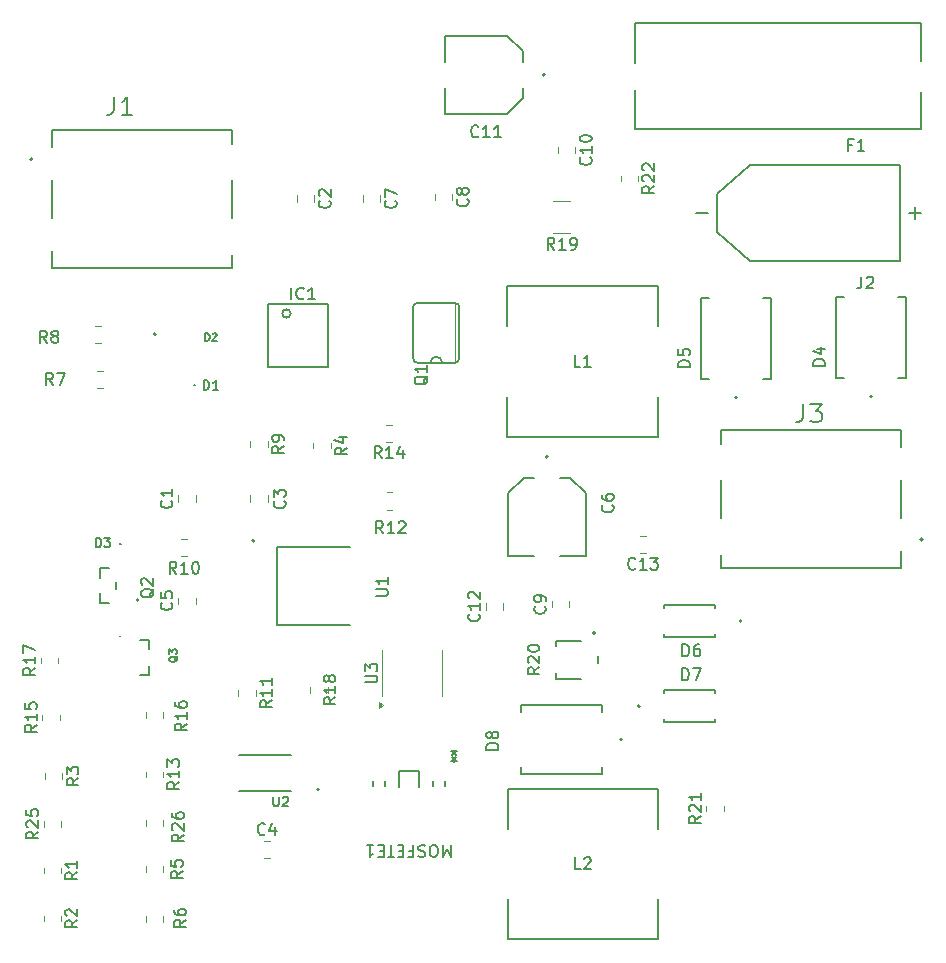
<source format=gbr>
%TF.GenerationSoftware,KiCad,Pcbnew,8.0.1*%
%TF.CreationDate,2024-03-28T16:14:10+02:00*%
%TF.ProjectId,power,706f7765-722e-46b6-9963-61645f706362,rev?*%
%TF.SameCoordinates,Original*%
%TF.FileFunction,Legend,Top*%
%TF.FilePolarity,Positive*%
%FSLAX46Y46*%
G04 Gerber Fmt 4.6, Leading zero omitted, Abs format (unit mm)*
G04 Created by KiCad (PCBNEW 8.0.1) date 2024-03-28 16:14:10*
%MOMM*%
%LPD*%
G01*
G04 APERTURE LIST*
%ADD10C,0.150000*%
%ADD11C,0.127000*%
%ADD12C,0.100000*%
%ADD13C,0.120000*%
%ADD14C,0.200000*%
%ADD15C,0.152400*%
%ADD16C,0.050800*%
G04 APERTURE END LIST*
D10*
X74304906Y-109633867D02*
X74274407Y-109694865D01*
X74274407Y-109694865D02*
X74213410Y-109755863D01*
X74213410Y-109755863D02*
X74121913Y-109847359D01*
X74121913Y-109847359D02*
X74091414Y-109908357D01*
X74091414Y-109908357D02*
X74091414Y-109969355D01*
X74243908Y-109938856D02*
X74213410Y-109999854D01*
X74213410Y-109999854D02*
X74152412Y-110060851D01*
X74152412Y-110060851D02*
X74030416Y-110091350D01*
X74030416Y-110091350D02*
X73816924Y-110091350D01*
X73816924Y-110091350D02*
X73694929Y-110060851D01*
X73694929Y-110060851D02*
X73633931Y-109999854D01*
X73633931Y-109999854D02*
X73603432Y-109938856D01*
X73603432Y-109938856D02*
X73603432Y-109816860D01*
X73603432Y-109816860D02*
X73633931Y-109755863D01*
X73633931Y-109755863D02*
X73694929Y-109694865D01*
X73694929Y-109694865D02*
X73816924Y-109664366D01*
X73816924Y-109664366D02*
X74030416Y-109664366D01*
X74030416Y-109664366D02*
X74152412Y-109694865D01*
X74152412Y-109694865D02*
X74213410Y-109755863D01*
X74213410Y-109755863D02*
X74243908Y-109816860D01*
X74243908Y-109816860D02*
X74243908Y-109938856D01*
X73603432Y-109450874D02*
X73603432Y-109054389D01*
X73603432Y-109054389D02*
X73847423Y-109267881D01*
X73847423Y-109267881D02*
X73847423Y-109176384D01*
X73847423Y-109176384D02*
X73877922Y-109115387D01*
X73877922Y-109115387D02*
X73908421Y-109084888D01*
X73908421Y-109084888D02*
X73969419Y-109054389D01*
X73969419Y-109054389D02*
X74121913Y-109054389D01*
X74121913Y-109054389D02*
X74182911Y-109084888D01*
X74182911Y-109084888D02*
X74213410Y-109115387D01*
X74213410Y-109115387D02*
X74243908Y-109176384D01*
X74243908Y-109176384D02*
X74243908Y-109359377D01*
X74243908Y-109359377D02*
X74213410Y-109420375D01*
X74213410Y-109420375D02*
X74182911Y-109450874D01*
X132210666Y-77482819D02*
X132210666Y-78197104D01*
X132210666Y-78197104D02*
X132163047Y-78339961D01*
X132163047Y-78339961D02*
X132067809Y-78435200D01*
X132067809Y-78435200D02*
X131924952Y-78482819D01*
X131924952Y-78482819D02*
X131829714Y-78482819D01*
X132639238Y-77578057D02*
X132686857Y-77530438D01*
X132686857Y-77530438D02*
X132782095Y-77482819D01*
X132782095Y-77482819D02*
X133020190Y-77482819D01*
X133020190Y-77482819D02*
X133115428Y-77530438D01*
X133115428Y-77530438D02*
X133163047Y-77578057D01*
X133163047Y-77578057D02*
X133210666Y-77673295D01*
X133210666Y-77673295D02*
X133210666Y-77768533D01*
X133210666Y-77768533D02*
X133163047Y-77911390D01*
X133163047Y-77911390D02*
X132591619Y-78482819D01*
X132591619Y-78482819D02*
X133210666Y-78482819D01*
X73776580Y-96450666D02*
X73824200Y-96498285D01*
X73824200Y-96498285D02*
X73871819Y-96641142D01*
X73871819Y-96641142D02*
X73871819Y-96736380D01*
X73871819Y-96736380D02*
X73824200Y-96879237D01*
X73824200Y-96879237D02*
X73728961Y-96974475D01*
X73728961Y-96974475D02*
X73633723Y-97022094D01*
X73633723Y-97022094D02*
X73443247Y-97069713D01*
X73443247Y-97069713D02*
X73300390Y-97069713D01*
X73300390Y-97069713D02*
X73109914Y-97022094D01*
X73109914Y-97022094D02*
X73014676Y-96974475D01*
X73014676Y-96974475D02*
X72919438Y-96879237D01*
X72919438Y-96879237D02*
X72871819Y-96736380D01*
X72871819Y-96736380D02*
X72871819Y-96641142D01*
X72871819Y-96641142D02*
X72919438Y-96498285D01*
X72919438Y-96498285D02*
X72967057Y-96450666D01*
X73871819Y-95498285D02*
X73871819Y-96069713D01*
X73871819Y-95783999D02*
X72871819Y-95783999D01*
X72871819Y-95783999D02*
X73014676Y-95879237D01*
X73014676Y-95879237D02*
X73109914Y-95974475D01*
X73109914Y-95974475D02*
X73157533Y-96069713D01*
X67394524Y-100395295D02*
X67394524Y-99595295D01*
X67394524Y-99595295D02*
X67585000Y-99595295D01*
X67585000Y-99595295D02*
X67699286Y-99633390D01*
X67699286Y-99633390D02*
X67775476Y-99709580D01*
X67775476Y-99709580D02*
X67813571Y-99785771D01*
X67813571Y-99785771D02*
X67851667Y-99938152D01*
X67851667Y-99938152D02*
X67851667Y-100052438D01*
X67851667Y-100052438D02*
X67813571Y-100204819D01*
X67813571Y-100204819D02*
X67775476Y-100281009D01*
X67775476Y-100281009D02*
X67699286Y-100357200D01*
X67699286Y-100357200D02*
X67585000Y-100395295D01*
X67585000Y-100395295D02*
X67394524Y-100395295D01*
X68118333Y-99595295D02*
X68613571Y-99595295D01*
X68613571Y-99595295D02*
X68346905Y-99900057D01*
X68346905Y-99900057D02*
X68461190Y-99900057D01*
X68461190Y-99900057D02*
X68537381Y-99938152D01*
X68537381Y-99938152D02*
X68575476Y-99976247D01*
X68575476Y-99976247D02*
X68613571Y-100052438D01*
X68613571Y-100052438D02*
X68613571Y-100242914D01*
X68613571Y-100242914D02*
X68575476Y-100319104D01*
X68575476Y-100319104D02*
X68537381Y-100357200D01*
X68537381Y-100357200D02*
X68461190Y-100395295D01*
X68461190Y-100395295D02*
X68232619Y-100395295D01*
X68232619Y-100395295D02*
X68156428Y-100357200D01*
X68156428Y-100357200D02*
X68118333Y-100319104D01*
X72306057Y-103933238D02*
X72258438Y-104028476D01*
X72258438Y-104028476D02*
X72163200Y-104123714D01*
X72163200Y-104123714D02*
X72020342Y-104266571D01*
X72020342Y-104266571D02*
X71972723Y-104361809D01*
X71972723Y-104361809D02*
X71972723Y-104457047D01*
X72210819Y-104409428D02*
X72163200Y-104504666D01*
X72163200Y-104504666D02*
X72067961Y-104599904D01*
X72067961Y-104599904D02*
X71877485Y-104647523D01*
X71877485Y-104647523D02*
X71544152Y-104647523D01*
X71544152Y-104647523D02*
X71353676Y-104599904D01*
X71353676Y-104599904D02*
X71258438Y-104504666D01*
X71258438Y-104504666D02*
X71210819Y-104409428D01*
X71210819Y-104409428D02*
X71210819Y-104218952D01*
X71210819Y-104218952D02*
X71258438Y-104123714D01*
X71258438Y-104123714D02*
X71353676Y-104028476D01*
X71353676Y-104028476D02*
X71544152Y-103980857D01*
X71544152Y-103980857D02*
X71877485Y-103980857D01*
X71877485Y-103980857D02*
X72067961Y-104028476D01*
X72067961Y-104028476D02*
X72163200Y-104123714D01*
X72163200Y-104123714D02*
X72210819Y-104218952D01*
X72210819Y-104218952D02*
X72210819Y-104409428D01*
X71306057Y-103599904D02*
X71258438Y-103552285D01*
X71258438Y-103552285D02*
X71210819Y-103457047D01*
X71210819Y-103457047D02*
X71210819Y-103218952D01*
X71210819Y-103218952D02*
X71258438Y-103123714D01*
X71258438Y-103123714D02*
X71306057Y-103076095D01*
X71306057Y-103076095D02*
X71401295Y-103028476D01*
X71401295Y-103028476D02*
X71496533Y-103028476D01*
X71496533Y-103028476D02*
X71639390Y-103076095D01*
X71639390Y-103076095D02*
X72210819Y-103647523D01*
X72210819Y-103647523D02*
X72210819Y-103028476D01*
X117049905Y-109631819D02*
X117049905Y-108631819D01*
X117049905Y-108631819D02*
X117288000Y-108631819D01*
X117288000Y-108631819D02*
X117430857Y-108679438D01*
X117430857Y-108679438D02*
X117526095Y-108774676D01*
X117526095Y-108774676D02*
X117573714Y-108869914D01*
X117573714Y-108869914D02*
X117621333Y-109060390D01*
X117621333Y-109060390D02*
X117621333Y-109203247D01*
X117621333Y-109203247D02*
X117573714Y-109393723D01*
X117573714Y-109393723D02*
X117526095Y-109488961D01*
X117526095Y-109488961D02*
X117430857Y-109584200D01*
X117430857Y-109584200D02*
X117288000Y-109631819D01*
X117288000Y-109631819D02*
X117049905Y-109631819D01*
X118478476Y-108631819D02*
X118288000Y-108631819D01*
X118288000Y-108631819D02*
X118192762Y-108679438D01*
X118192762Y-108679438D02*
X118145143Y-108727057D01*
X118145143Y-108727057D02*
X118049905Y-108869914D01*
X118049905Y-108869914D02*
X118002286Y-109060390D01*
X118002286Y-109060390D02*
X118002286Y-109441342D01*
X118002286Y-109441342D02*
X118049905Y-109536580D01*
X118049905Y-109536580D02*
X118097524Y-109584200D01*
X118097524Y-109584200D02*
X118192762Y-109631819D01*
X118192762Y-109631819D02*
X118383238Y-109631819D01*
X118383238Y-109631819D02*
X118478476Y-109584200D01*
X118478476Y-109584200D02*
X118526095Y-109536580D01*
X118526095Y-109536580D02*
X118573714Y-109441342D01*
X118573714Y-109441342D02*
X118573714Y-109203247D01*
X118573714Y-109203247D02*
X118526095Y-109108009D01*
X118526095Y-109108009D02*
X118478476Y-109060390D01*
X118478476Y-109060390D02*
X118383238Y-109012771D01*
X118383238Y-109012771D02*
X118192762Y-109012771D01*
X118192762Y-109012771D02*
X118097524Y-109060390D01*
X118097524Y-109060390D02*
X118049905Y-109108009D01*
X118049905Y-109108009D02*
X118002286Y-109203247D01*
X109267580Y-67401857D02*
X109315200Y-67449476D01*
X109315200Y-67449476D02*
X109362819Y-67592333D01*
X109362819Y-67592333D02*
X109362819Y-67687571D01*
X109362819Y-67687571D02*
X109315200Y-67830428D01*
X109315200Y-67830428D02*
X109219961Y-67925666D01*
X109219961Y-67925666D02*
X109124723Y-67973285D01*
X109124723Y-67973285D02*
X108934247Y-68020904D01*
X108934247Y-68020904D02*
X108791390Y-68020904D01*
X108791390Y-68020904D02*
X108600914Y-67973285D01*
X108600914Y-67973285D02*
X108505676Y-67925666D01*
X108505676Y-67925666D02*
X108410438Y-67830428D01*
X108410438Y-67830428D02*
X108362819Y-67687571D01*
X108362819Y-67687571D02*
X108362819Y-67592333D01*
X108362819Y-67592333D02*
X108410438Y-67449476D01*
X108410438Y-67449476D02*
X108458057Y-67401857D01*
X109362819Y-66449476D02*
X109362819Y-67020904D01*
X109362819Y-66735190D02*
X108362819Y-66735190D01*
X108362819Y-66735190D02*
X108505676Y-66830428D01*
X108505676Y-66830428D02*
X108600914Y-66925666D01*
X108600914Y-66925666D02*
X108648533Y-67020904D01*
X108362819Y-65830428D02*
X108362819Y-65735190D01*
X108362819Y-65735190D02*
X108410438Y-65639952D01*
X108410438Y-65639952D02*
X108458057Y-65592333D01*
X108458057Y-65592333D02*
X108553295Y-65544714D01*
X108553295Y-65544714D02*
X108743771Y-65497095D01*
X108743771Y-65497095D02*
X108981866Y-65497095D01*
X108981866Y-65497095D02*
X109172342Y-65544714D01*
X109172342Y-65544714D02*
X109267580Y-65592333D01*
X109267580Y-65592333D02*
X109315200Y-65639952D01*
X109315200Y-65639952D02*
X109362819Y-65735190D01*
X109362819Y-65735190D02*
X109362819Y-65830428D01*
X109362819Y-65830428D02*
X109315200Y-65925666D01*
X109315200Y-65925666D02*
X109267580Y-65973285D01*
X109267580Y-65973285D02*
X109172342Y-66020904D01*
X109172342Y-66020904D02*
X108981866Y-66068523D01*
X108981866Y-66068523D02*
X108743771Y-66068523D01*
X108743771Y-66068523D02*
X108553295Y-66020904D01*
X108553295Y-66020904D02*
X108458057Y-65973285D01*
X108458057Y-65973285D02*
X108410438Y-65925666D01*
X108410438Y-65925666D02*
X108362819Y-65830428D01*
X97416809Y-125625880D02*
X97416809Y-126625880D01*
X97416809Y-126625880D02*
X97083476Y-125911595D01*
X97083476Y-125911595D02*
X96750143Y-126625880D01*
X96750143Y-126625880D02*
X96750143Y-125625880D01*
X96083476Y-126625880D02*
X95893000Y-126625880D01*
X95893000Y-126625880D02*
X95797762Y-126578261D01*
X95797762Y-126578261D02*
X95702524Y-126483023D01*
X95702524Y-126483023D02*
X95654905Y-126292547D01*
X95654905Y-126292547D02*
X95654905Y-125959214D01*
X95654905Y-125959214D02*
X95702524Y-125768738D01*
X95702524Y-125768738D02*
X95797762Y-125673500D01*
X95797762Y-125673500D02*
X95893000Y-125625880D01*
X95893000Y-125625880D02*
X96083476Y-125625880D01*
X96083476Y-125625880D02*
X96178714Y-125673500D01*
X96178714Y-125673500D02*
X96273952Y-125768738D01*
X96273952Y-125768738D02*
X96321571Y-125959214D01*
X96321571Y-125959214D02*
X96321571Y-126292547D01*
X96321571Y-126292547D02*
X96273952Y-126483023D01*
X96273952Y-126483023D02*
X96178714Y-126578261D01*
X96178714Y-126578261D02*
X96083476Y-126625880D01*
X95273952Y-125673500D02*
X95131095Y-125625880D01*
X95131095Y-125625880D02*
X94893000Y-125625880D01*
X94893000Y-125625880D02*
X94797762Y-125673500D01*
X94797762Y-125673500D02*
X94750143Y-125721119D01*
X94750143Y-125721119D02*
X94702524Y-125816357D01*
X94702524Y-125816357D02*
X94702524Y-125911595D01*
X94702524Y-125911595D02*
X94750143Y-126006833D01*
X94750143Y-126006833D02*
X94797762Y-126054452D01*
X94797762Y-126054452D02*
X94893000Y-126102071D01*
X94893000Y-126102071D02*
X95083476Y-126149690D01*
X95083476Y-126149690D02*
X95178714Y-126197309D01*
X95178714Y-126197309D02*
X95226333Y-126244928D01*
X95226333Y-126244928D02*
X95273952Y-126340166D01*
X95273952Y-126340166D02*
X95273952Y-126435404D01*
X95273952Y-126435404D02*
X95226333Y-126530642D01*
X95226333Y-126530642D02*
X95178714Y-126578261D01*
X95178714Y-126578261D02*
X95083476Y-126625880D01*
X95083476Y-126625880D02*
X94845381Y-126625880D01*
X94845381Y-126625880D02*
X94702524Y-126578261D01*
X93940619Y-126149690D02*
X94273952Y-126149690D01*
X94273952Y-125625880D02*
X94273952Y-126625880D01*
X94273952Y-126625880D02*
X93797762Y-126625880D01*
X93416809Y-126149690D02*
X93083476Y-126149690D01*
X92940619Y-125625880D02*
X93416809Y-125625880D01*
X93416809Y-125625880D02*
X93416809Y-126625880D01*
X93416809Y-126625880D02*
X92940619Y-126625880D01*
X92654904Y-126625880D02*
X92083476Y-126625880D01*
X92369190Y-125625880D02*
X92369190Y-126625880D01*
X91750142Y-126149690D02*
X91416809Y-126149690D01*
X91273952Y-125625880D02*
X91750142Y-125625880D01*
X91750142Y-125625880D02*
X91750142Y-126625880D01*
X91750142Y-126625880D02*
X91273952Y-126625880D01*
X90321571Y-125625880D02*
X90892999Y-125625880D01*
X90607285Y-125625880D02*
X90607285Y-126625880D01*
X90607285Y-126625880D02*
X90702523Y-126483023D01*
X90702523Y-126483023D02*
X90797761Y-126387785D01*
X90797761Y-126387785D02*
X90892999Y-126340166D01*
X97703000Y-117534519D02*
X97703000Y-117772614D01*
X97464905Y-117677376D02*
X97703000Y-117772614D01*
X97703000Y-117772614D02*
X97941095Y-117677376D01*
X97560143Y-117963090D02*
X97703000Y-117772614D01*
X97703000Y-117772614D02*
X97845857Y-117963090D01*
X97702999Y-118624880D02*
X97702999Y-118386785D01*
X97941094Y-118482023D02*
X97702999Y-118386785D01*
X97702999Y-118386785D02*
X97464904Y-118482023D01*
X97845856Y-118196309D02*
X97702999Y-118386785D01*
X97702999Y-118386785D02*
X97560142Y-118196309D01*
X63246333Y-83088819D02*
X62913000Y-82612628D01*
X62674905Y-83088819D02*
X62674905Y-82088819D01*
X62674905Y-82088819D02*
X63055857Y-82088819D01*
X63055857Y-82088819D02*
X63151095Y-82136438D01*
X63151095Y-82136438D02*
X63198714Y-82184057D01*
X63198714Y-82184057D02*
X63246333Y-82279295D01*
X63246333Y-82279295D02*
X63246333Y-82422152D01*
X63246333Y-82422152D02*
X63198714Y-82517390D01*
X63198714Y-82517390D02*
X63151095Y-82565009D01*
X63151095Y-82565009D02*
X63055857Y-82612628D01*
X63055857Y-82612628D02*
X62674905Y-82612628D01*
X63817762Y-82517390D02*
X63722524Y-82469771D01*
X63722524Y-82469771D02*
X63674905Y-82422152D01*
X63674905Y-82422152D02*
X63627286Y-82326914D01*
X63627286Y-82326914D02*
X63627286Y-82279295D01*
X63627286Y-82279295D02*
X63674905Y-82184057D01*
X63674905Y-82184057D02*
X63722524Y-82136438D01*
X63722524Y-82136438D02*
X63817762Y-82088819D01*
X63817762Y-82088819D02*
X64008238Y-82088819D01*
X64008238Y-82088819D02*
X64103476Y-82136438D01*
X64103476Y-82136438D02*
X64151095Y-82184057D01*
X64151095Y-82184057D02*
X64198714Y-82279295D01*
X64198714Y-82279295D02*
X64198714Y-82326914D01*
X64198714Y-82326914D02*
X64151095Y-82422152D01*
X64151095Y-82422152D02*
X64103476Y-82469771D01*
X64103476Y-82469771D02*
X64008238Y-82517390D01*
X64008238Y-82517390D02*
X63817762Y-82517390D01*
X63817762Y-82517390D02*
X63722524Y-82565009D01*
X63722524Y-82565009D02*
X63674905Y-82612628D01*
X63674905Y-82612628D02*
X63627286Y-82707866D01*
X63627286Y-82707866D02*
X63627286Y-82898342D01*
X63627286Y-82898342D02*
X63674905Y-82993580D01*
X63674905Y-82993580D02*
X63722524Y-83041200D01*
X63722524Y-83041200D02*
X63817762Y-83088819D01*
X63817762Y-83088819D02*
X64008238Y-83088819D01*
X64008238Y-83088819D02*
X64103476Y-83041200D01*
X64103476Y-83041200D02*
X64151095Y-82993580D01*
X64151095Y-82993580D02*
X64198714Y-82898342D01*
X64198714Y-82898342D02*
X64198714Y-82707866D01*
X64198714Y-82707866D02*
X64151095Y-82612628D01*
X64151095Y-82612628D02*
X64103476Y-82565009D01*
X64103476Y-82565009D02*
X64008238Y-82517390D01*
X129126319Y-85022094D02*
X128126319Y-85022094D01*
X128126319Y-85022094D02*
X128126319Y-84783999D01*
X128126319Y-84783999D02*
X128173938Y-84641142D01*
X128173938Y-84641142D02*
X128269176Y-84545904D01*
X128269176Y-84545904D02*
X128364414Y-84498285D01*
X128364414Y-84498285D02*
X128554890Y-84450666D01*
X128554890Y-84450666D02*
X128697747Y-84450666D01*
X128697747Y-84450666D02*
X128888223Y-84498285D01*
X128888223Y-84498285D02*
X128983461Y-84545904D01*
X128983461Y-84545904D02*
X129078700Y-84641142D01*
X129078700Y-84641142D02*
X129126319Y-84783999D01*
X129126319Y-84783999D02*
X129126319Y-85022094D01*
X128459652Y-83593523D02*
X129126319Y-83593523D01*
X128078700Y-83831618D02*
X128792985Y-84069713D01*
X128792985Y-84069713D02*
X128792985Y-83450666D01*
X76656618Y-82922276D02*
X76656618Y-82282276D01*
X76656618Y-82282276D02*
X76808999Y-82282276D01*
X76808999Y-82282276D02*
X76900428Y-82312752D01*
X76900428Y-82312752D02*
X76961380Y-82373704D01*
X76961380Y-82373704D02*
X76991857Y-82434657D01*
X76991857Y-82434657D02*
X77022333Y-82556561D01*
X77022333Y-82556561D02*
X77022333Y-82647990D01*
X77022333Y-82647990D02*
X76991857Y-82769895D01*
X76991857Y-82769895D02*
X76961380Y-82830847D01*
X76961380Y-82830847D02*
X76900428Y-82891800D01*
X76900428Y-82891800D02*
X76808999Y-82922276D01*
X76808999Y-82922276D02*
X76656618Y-82922276D01*
X77266142Y-82343228D02*
X77296618Y-82312752D01*
X77296618Y-82312752D02*
X77357571Y-82282276D01*
X77357571Y-82282276D02*
X77509952Y-82282276D01*
X77509952Y-82282276D02*
X77570904Y-82312752D01*
X77570904Y-82312752D02*
X77601380Y-82343228D01*
X77601380Y-82343228D02*
X77631857Y-82404180D01*
X77631857Y-82404180D02*
X77631857Y-82465133D01*
X77631857Y-82465133D02*
X77601380Y-82556561D01*
X77601380Y-82556561D02*
X77235666Y-82922276D01*
X77235666Y-82922276D02*
X77631857Y-82922276D01*
X108458333Y-127665819D02*
X107982143Y-127665819D01*
X107982143Y-127665819D02*
X107982143Y-126665819D01*
X108744048Y-126761057D02*
X108791667Y-126713438D01*
X108791667Y-126713438D02*
X108886905Y-126665819D01*
X108886905Y-126665819D02*
X109125000Y-126665819D01*
X109125000Y-126665819D02*
X109220238Y-126713438D01*
X109220238Y-126713438D02*
X109267857Y-126761057D01*
X109267857Y-126761057D02*
X109315476Y-126856295D01*
X109315476Y-126856295D02*
X109315476Y-126951533D01*
X109315476Y-126951533D02*
X109267857Y-127094390D01*
X109267857Y-127094390D02*
X108696429Y-127665819D01*
X108696429Y-127665819D02*
X109315476Y-127665819D01*
X118605819Y-123154857D02*
X118129628Y-123488190D01*
X118605819Y-123726285D02*
X117605819Y-123726285D01*
X117605819Y-123726285D02*
X117605819Y-123345333D01*
X117605819Y-123345333D02*
X117653438Y-123250095D01*
X117653438Y-123250095D02*
X117701057Y-123202476D01*
X117701057Y-123202476D02*
X117796295Y-123154857D01*
X117796295Y-123154857D02*
X117939152Y-123154857D01*
X117939152Y-123154857D02*
X118034390Y-123202476D01*
X118034390Y-123202476D02*
X118082009Y-123250095D01*
X118082009Y-123250095D02*
X118129628Y-123345333D01*
X118129628Y-123345333D02*
X118129628Y-123726285D01*
X117701057Y-122773904D02*
X117653438Y-122726285D01*
X117653438Y-122726285D02*
X117605819Y-122631047D01*
X117605819Y-122631047D02*
X117605819Y-122392952D01*
X117605819Y-122392952D02*
X117653438Y-122297714D01*
X117653438Y-122297714D02*
X117701057Y-122250095D01*
X117701057Y-122250095D02*
X117796295Y-122202476D01*
X117796295Y-122202476D02*
X117891533Y-122202476D01*
X117891533Y-122202476D02*
X118034390Y-122250095D01*
X118034390Y-122250095D02*
X118605819Y-122821523D01*
X118605819Y-122821523D02*
X118605819Y-122202476D01*
X118605819Y-121250095D02*
X118605819Y-121821523D01*
X118605819Y-121535809D02*
X117605819Y-121535809D01*
X117605819Y-121535809D02*
X117748676Y-121631047D01*
X117748676Y-121631047D02*
X117843914Y-121726285D01*
X117843914Y-121726285D02*
X117891533Y-121821523D01*
X74446819Y-120271357D02*
X73970628Y-120604690D01*
X74446819Y-120842785D02*
X73446819Y-120842785D01*
X73446819Y-120842785D02*
X73446819Y-120461833D01*
X73446819Y-120461833D02*
X73494438Y-120366595D01*
X73494438Y-120366595D02*
X73542057Y-120318976D01*
X73542057Y-120318976D02*
X73637295Y-120271357D01*
X73637295Y-120271357D02*
X73780152Y-120271357D01*
X73780152Y-120271357D02*
X73875390Y-120318976D01*
X73875390Y-120318976D02*
X73923009Y-120366595D01*
X73923009Y-120366595D02*
X73970628Y-120461833D01*
X73970628Y-120461833D02*
X73970628Y-120842785D01*
X74446819Y-119318976D02*
X74446819Y-119890404D01*
X74446819Y-119604690D02*
X73446819Y-119604690D01*
X73446819Y-119604690D02*
X73589676Y-119699928D01*
X73589676Y-119699928D02*
X73684914Y-119795166D01*
X73684914Y-119795166D02*
X73732533Y-119890404D01*
X73446819Y-118985642D02*
X73446819Y-118366595D01*
X73446819Y-118366595D02*
X73827771Y-118699928D01*
X73827771Y-118699928D02*
X73827771Y-118557071D01*
X73827771Y-118557071D02*
X73875390Y-118461833D01*
X73875390Y-118461833D02*
X73923009Y-118414214D01*
X73923009Y-118414214D02*
X74018247Y-118366595D01*
X74018247Y-118366595D02*
X74256342Y-118366595D01*
X74256342Y-118366595D02*
X74351580Y-118414214D01*
X74351580Y-118414214D02*
X74399200Y-118461833D01*
X74399200Y-118461833D02*
X74446819Y-118557071D01*
X74446819Y-118557071D02*
X74446819Y-118842785D01*
X74446819Y-118842785D02*
X74399200Y-118938023D01*
X74399200Y-118938023D02*
X74351580Y-118985642D01*
X62510819Y-124485857D02*
X62034628Y-124819190D01*
X62510819Y-125057285D02*
X61510819Y-125057285D01*
X61510819Y-125057285D02*
X61510819Y-124676333D01*
X61510819Y-124676333D02*
X61558438Y-124581095D01*
X61558438Y-124581095D02*
X61606057Y-124533476D01*
X61606057Y-124533476D02*
X61701295Y-124485857D01*
X61701295Y-124485857D02*
X61844152Y-124485857D01*
X61844152Y-124485857D02*
X61939390Y-124533476D01*
X61939390Y-124533476D02*
X61987009Y-124581095D01*
X61987009Y-124581095D02*
X62034628Y-124676333D01*
X62034628Y-124676333D02*
X62034628Y-125057285D01*
X61606057Y-124104904D02*
X61558438Y-124057285D01*
X61558438Y-124057285D02*
X61510819Y-123962047D01*
X61510819Y-123962047D02*
X61510819Y-123723952D01*
X61510819Y-123723952D02*
X61558438Y-123628714D01*
X61558438Y-123628714D02*
X61606057Y-123581095D01*
X61606057Y-123581095D02*
X61701295Y-123533476D01*
X61701295Y-123533476D02*
X61796533Y-123533476D01*
X61796533Y-123533476D02*
X61939390Y-123581095D01*
X61939390Y-123581095D02*
X62510819Y-124152523D01*
X62510819Y-124152523D02*
X62510819Y-123533476D01*
X61510819Y-122628714D02*
X61510819Y-123104904D01*
X61510819Y-123104904D02*
X61987009Y-123152523D01*
X61987009Y-123152523D02*
X61939390Y-123104904D01*
X61939390Y-123104904D02*
X61891771Y-123009666D01*
X61891771Y-123009666D02*
X61891771Y-122771571D01*
X61891771Y-122771571D02*
X61939390Y-122676333D01*
X61939390Y-122676333D02*
X61987009Y-122628714D01*
X61987009Y-122628714D02*
X62082247Y-122581095D01*
X62082247Y-122581095D02*
X62320342Y-122581095D01*
X62320342Y-122581095D02*
X62415580Y-122628714D01*
X62415580Y-122628714D02*
X62463200Y-122676333D01*
X62463200Y-122676333D02*
X62510819Y-122771571D01*
X62510819Y-122771571D02*
X62510819Y-123009666D01*
X62510819Y-123009666D02*
X62463200Y-123104904D01*
X62463200Y-123104904D02*
X62415580Y-123152523D01*
X114666819Y-69814857D02*
X114190628Y-70148190D01*
X114666819Y-70386285D02*
X113666819Y-70386285D01*
X113666819Y-70386285D02*
X113666819Y-70005333D01*
X113666819Y-70005333D02*
X113714438Y-69910095D01*
X113714438Y-69910095D02*
X113762057Y-69862476D01*
X113762057Y-69862476D02*
X113857295Y-69814857D01*
X113857295Y-69814857D02*
X114000152Y-69814857D01*
X114000152Y-69814857D02*
X114095390Y-69862476D01*
X114095390Y-69862476D02*
X114143009Y-69910095D01*
X114143009Y-69910095D02*
X114190628Y-70005333D01*
X114190628Y-70005333D02*
X114190628Y-70386285D01*
X113762057Y-69433904D02*
X113714438Y-69386285D01*
X113714438Y-69386285D02*
X113666819Y-69291047D01*
X113666819Y-69291047D02*
X113666819Y-69052952D01*
X113666819Y-69052952D02*
X113714438Y-68957714D01*
X113714438Y-68957714D02*
X113762057Y-68910095D01*
X113762057Y-68910095D02*
X113857295Y-68862476D01*
X113857295Y-68862476D02*
X113952533Y-68862476D01*
X113952533Y-68862476D02*
X114095390Y-68910095D01*
X114095390Y-68910095D02*
X114666819Y-69481523D01*
X114666819Y-69481523D02*
X114666819Y-68862476D01*
X113762057Y-68481523D02*
X113714438Y-68433904D01*
X113714438Y-68433904D02*
X113666819Y-68338666D01*
X113666819Y-68338666D02*
X113666819Y-68100571D01*
X113666819Y-68100571D02*
X113714438Y-68005333D01*
X113714438Y-68005333D02*
X113762057Y-67957714D01*
X113762057Y-67957714D02*
X113857295Y-67910095D01*
X113857295Y-67910095D02*
X113952533Y-67910095D01*
X113952533Y-67910095D02*
X114095390Y-67957714D01*
X114095390Y-67957714D02*
X114666819Y-68529142D01*
X114666819Y-68529142D02*
X114666819Y-67910095D01*
X65810819Y-127923166D02*
X65334628Y-128256499D01*
X65810819Y-128494594D02*
X64810819Y-128494594D01*
X64810819Y-128494594D02*
X64810819Y-128113642D01*
X64810819Y-128113642D02*
X64858438Y-128018404D01*
X64858438Y-128018404D02*
X64906057Y-127970785D01*
X64906057Y-127970785D02*
X65001295Y-127923166D01*
X65001295Y-127923166D02*
X65144152Y-127923166D01*
X65144152Y-127923166D02*
X65239390Y-127970785D01*
X65239390Y-127970785D02*
X65287009Y-128018404D01*
X65287009Y-128018404D02*
X65334628Y-128113642D01*
X65334628Y-128113642D02*
X65334628Y-128494594D01*
X65810819Y-126970785D02*
X65810819Y-127542213D01*
X65810819Y-127256499D02*
X64810819Y-127256499D01*
X64810819Y-127256499D02*
X64953676Y-127351737D01*
X64953676Y-127351737D02*
X65048914Y-127446975D01*
X65048914Y-127446975D02*
X65096533Y-127542213D01*
X83350780Y-96484866D02*
X83398400Y-96532485D01*
X83398400Y-96532485D02*
X83446019Y-96675342D01*
X83446019Y-96675342D02*
X83446019Y-96770580D01*
X83446019Y-96770580D02*
X83398400Y-96913437D01*
X83398400Y-96913437D02*
X83303161Y-97008675D01*
X83303161Y-97008675D02*
X83207923Y-97056294D01*
X83207923Y-97056294D02*
X83017447Y-97103913D01*
X83017447Y-97103913D02*
X82874590Y-97103913D01*
X82874590Y-97103913D02*
X82684114Y-97056294D01*
X82684114Y-97056294D02*
X82588876Y-97008675D01*
X82588876Y-97008675D02*
X82493638Y-96913437D01*
X82493638Y-96913437D02*
X82446019Y-96770580D01*
X82446019Y-96770580D02*
X82446019Y-96675342D01*
X82446019Y-96675342D02*
X82493638Y-96532485D01*
X82493638Y-96532485D02*
X82541257Y-96484866D01*
X82446019Y-96151532D02*
X82446019Y-95532485D01*
X82446019Y-95532485D02*
X82826971Y-95865818D01*
X82826971Y-95865818D02*
X82826971Y-95722961D01*
X82826971Y-95722961D02*
X82874590Y-95627723D01*
X82874590Y-95627723D02*
X82922209Y-95580104D01*
X82922209Y-95580104D02*
X83017447Y-95532485D01*
X83017447Y-95532485D02*
X83255542Y-95532485D01*
X83255542Y-95532485D02*
X83350780Y-95580104D01*
X83350780Y-95580104D02*
X83398400Y-95627723D01*
X83398400Y-95627723D02*
X83446019Y-95722961D01*
X83446019Y-95722961D02*
X83446019Y-96008675D01*
X83446019Y-96008675D02*
X83398400Y-96103913D01*
X83398400Y-96103913D02*
X83350780Y-96151532D01*
X104936819Y-110565357D02*
X104460628Y-110898690D01*
X104936819Y-111136785D02*
X103936819Y-111136785D01*
X103936819Y-111136785D02*
X103936819Y-110755833D01*
X103936819Y-110755833D02*
X103984438Y-110660595D01*
X103984438Y-110660595D02*
X104032057Y-110612976D01*
X104032057Y-110612976D02*
X104127295Y-110565357D01*
X104127295Y-110565357D02*
X104270152Y-110565357D01*
X104270152Y-110565357D02*
X104365390Y-110612976D01*
X104365390Y-110612976D02*
X104413009Y-110660595D01*
X104413009Y-110660595D02*
X104460628Y-110755833D01*
X104460628Y-110755833D02*
X104460628Y-111136785D01*
X104032057Y-110184404D02*
X103984438Y-110136785D01*
X103984438Y-110136785D02*
X103936819Y-110041547D01*
X103936819Y-110041547D02*
X103936819Y-109803452D01*
X103936819Y-109803452D02*
X103984438Y-109708214D01*
X103984438Y-109708214D02*
X104032057Y-109660595D01*
X104032057Y-109660595D02*
X104127295Y-109612976D01*
X104127295Y-109612976D02*
X104222533Y-109612976D01*
X104222533Y-109612976D02*
X104365390Y-109660595D01*
X104365390Y-109660595D02*
X104936819Y-110232023D01*
X104936819Y-110232023D02*
X104936819Y-109612976D01*
X103936819Y-108993928D02*
X103936819Y-108898690D01*
X103936819Y-108898690D02*
X103984438Y-108803452D01*
X103984438Y-108803452D02*
X104032057Y-108755833D01*
X104032057Y-108755833D02*
X104127295Y-108708214D01*
X104127295Y-108708214D02*
X104317771Y-108660595D01*
X104317771Y-108660595D02*
X104555866Y-108660595D01*
X104555866Y-108660595D02*
X104746342Y-108708214D01*
X104746342Y-108708214D02*
X104841580Y-108755833D01*
X104841580Y-108755833D02*
X104889200Y-108803452D01*
X104889200Y-108803452D02*
X104936819Y-108898690D01*
X104936819Y-108898690D02*
X104936819Y-108993928D01*
X104936819Y-108993928D02*
X104889200Y-109089166D01*
X104889200Y-109089166D02*
X104841580Y-109136785D01*
X104841580Y-109136785D02*
X104746342Y-109184404D01*
X104746342Y-109184404D02*
X104555866Y-109232023D01*
X104555866Y-109232023D02*
X104317771Y-109232023D01*
X104317771Y-109232023D02*
X104127295Y-109184404D01*
X104127295Y-109184404D02*
X104032057Y-109136785D01*
X104032057Y-109136785D02*
X103984438Y-109089166D01*
X103984438Y-109089166D02*
X103936819Y-108993928D01*
X111121580Y-96828666D02*
X111169200Y-96876285D01*
X111169200Y-96876285D02*
X111216819Y-97019142D01*
X111216819Y-97019142D02*
X111216819Y-97114380D01*
X111216819Y-97114380D02*
X111169200Y-97257237D01*
X111169200Y-97257237D02*
X111073961Y-97352475D01*
X111073961Y-97352475D02*
X110978723Y-97400094D01*
X110978723Y-97400094D02*
X110788247Y-97447713D01*
X110788247Y-97447713D02*
X110645390Y-97447713D01*
X110645390Y-97447713D02*
X110454914Y-97400094D01*
X110454914Y-97400094D02*
X110359676Y-97352475D01*
X110359676Y-97352475D02*
X110264438Y-97257237D01*
X110264438Y-97257237D02*
X110216819Y-97114380D01*
X110216819Y-97114380D02*
X110216819Y-97019142D01*
X110216819Y-97019142D02*
X110264438Y-96876285D01*
X110264438Y-96876285D02*
X110312057Y-96828666D01*
X110216819Y-95971523D02*
X110216819Y-96161999D01*
X110216819Y-96161999D02*
X110264438Y-96257237D01*
X110264438Y-96257237D02*
X110312057Y-96304856D01*
X110312057Y-96304856D02*
X110454914Y-96400094D01*
X110454914Y-96400094D02*
X110645390Y-96447713D01*
X110645390Y-96447713D02*
X111026342Y-96447713D01*
X111026342Y-96447713D02*
X111121580Y-96400094D01*
X111121580Y-96400094D02*
X111169200Y-96352475D01*
X111169200Y-96352475D02*
X111216819Y-96257237D01*
X111216819Y-96257237D02*
X111216819Y-96066761D01*
X111216819Y-96066761D02*
X111169200Y-95971523D01*
X111169200Y-95971523D02*
X111121580Y-95923904D01*
X111121580Y-95923904D02*
X111026342Y-95876285D01*
X111026342Y-95876285D02*
X110788247Y-95876285D01*
X110788247Y-95876285D02*
X110693009Y-95923904D01*
X110693009Y-95923904D02*
X110645390Y-95971523D01*
X110645390Y-95971523D02*
X110597771Y-96066761D01*
X110597771Y-96066761D02*
X110597771Y-96257237D01*
X110597771Y-96257237D02*
X110645390Y-96352475D01*
X110645390Y-96352475D02*
X110693009Y-96400094D01*
X110693009Y-96400094D02*
X110788247Y-96447713D01*
X101459819Y-117535094D02*
X100459819Y-117535094D01*
X100459819Y-117535094D02*
X100459819Y-117296999D01*
X100459819Y-117296999D02*
X100507438Y-117154142D01*
X100507438Y-117154142D02*
X100602676Y-117058904D01*
X100602676Y-117058904D02*
X100697914Y-117011285D01*
X100697914Y-117011285D02*
X100888390Y-116963666D01*
X100888390Y-116963666D02*
X101031247Y-116963666D01*
X101031247Y-116963666D02*
X101221723Y-117011285D01*
X101221723Y-117011285D02*
X101316961Y-117058904D01*
X101316961Y-117058904D02*
X101412200Y-117154142D01*
X101412200Y-117154142D02*
X101459819Y-117296999D01*
X101459819Y-117296999D02*
X101459819Y-117535094D01*
X100888390Y-116392237D02*
X100840771Y-116487475D01*
X100840771Y-116487475D02*
X100793152Y-116535094D01*
X100793152Y-116535094D02*
X100697914Y-116582713D01*
X100697914Y-116582713D02*
X100650295Y-116582713D01*
X100650295Y-116582713D02*
X100555057Y-116535094D01*
X100555057Y-116535094D02*
X100507438Y-116487475D01*
X100507438Y-116487475D02*
X100459819Y-116392237D01*
X100459819Y-116392237D02*
X100459819Y-116201761D01*
X100459819Y-116201761D02*
X100507438Y-116106523D01*
X100507438Y-116106523D02*
X100555057Y-116058904D01*
X100555057Y-116058904D02*
X100650295Y-116011285D01*
X100650295Y-116011285D02*
X100697914Y-116011285D01*
X100697914Y-116011285D02*
X100793152Y-116058904D01*
X100793152Y-116058904D02*
X100840771Y-116106523D01*
X100840771Y-116106523D02*
X100888390Y-116201761D01*
X100888390Y-116201761D02*
X100888390Y-116392237D01*
X100888390Y-116392237D02*
X100936009Y-116487475D01*
X100936009Y-116487475D02*
X100983628Y-116535094D01*
X100983628Y-116535094D02*
X101078866Y-116582713D01*
X101078866Y-116582713D02*
X101269342Y-116582713D01*
X101269342Y-116582713D02*
X101364580Y-116535094D01*
X101364580Y-116535094D02*
X101412200Y-116487475D01*
X101412200Y-116487475D02*
X101459819Y-116392237D01*
X101459819Y-116392237D02*
X101459819Y-116201761D01*
X101459819Y-116201761D02*
X101412200Y-116106523D01*
X101412200Y-116106523D02*
X101364580Y-116058904D01*
X101364580Y-116058904D02*
X101269342Y-116011285D01*
X101269342Y-116011285D02*
X101078866Y-116011285D01*
X101078866Y-116011285D02*
X100983628Y-116058904D01*
X100983628Y-116058904D02*
X100936009Y-116106523D01*
X100936009Y-116106523D02*
X100888390Y-116201761D01*
X68912065Y-62245931D02*
X68912065Y-63370790D01*
X68912065Y-63370790D02*
X68837075Y-63595762D01*
X68837075Y-63595762D02*
X68687093Y-63745744D01*
X68687093Y-63745744D02*
X68462122Y-63820734D01*
X68462122Y-63820734D02*
X68312140Y-63820734D01*
X70486868Y-63820734D02*
X69586981Y-63820734D01*
X70036925Y-63820734D02*
X70036925Y-62245931D01*
X70036925Y-62245931D02*
X69886943Y-62470903D01*
X69886943Y-62470903D02*
X69736962Y-62620884D01*
X69736962Y-62620884D02*
X69586981Y-62695875D01*
X105399580Y-105406666D02*
X105447200Y-105454285D01*
X105447200Y-105454285D02*
X105494819Y-105597142D01*
X105494819Y-105597142D02*
X105494819Y-105692380D01*
X105494819Y-105692380D02*
X105447200Y-105835237D01*
X105447200Y-105835237D02*
X105351961Y-105930475D01*
X105351961Y-105930475D02*
X105256723Y-105978094D01*
X105256723Y-105978094D02*
X105066247Y-106025713D01*
X105066247Y-106025713D02*
X104923390Y-106025713D01*
X104923390Y-106025713D02*
X104732914Y-105978094D01*
X104732914Y-105978094D02*
X104637676Y-105930475D01*
X104637676Y-105930475D02*
X104542438Y-105835237D01*
X104542438Y-105835237D02*
X104494819Y-105692380D01*
X104494819Y-105692380D02*
X104494819Y-105597142D01*
X104494819Y-105597142D02*
X104542438Y-105454285D01*
X104542438Y-105454285D02*
X104590057Y-105406666D01*
X105494819Y-104930475D02*
X105494819Y-104739999D01*
X105494819Y-104739999D02*
X105447200Y-104644761D01*
X105447200Y-104644761D02*
X105399580Y-104597142D01*
X105399580Y-104597142D02*
X105256723Y-104501904D01*
X105256723Y-104501904D02*
X105066247Y-104454285D01*
X105066247Y-104454285D02*
X104685295Y-104454285D01*
X104685295Y-104454285D02*
X104590057Y-104501904D01*
X104590057Y-104501904D02*
X104542438Y-104549523D01*
X104542438Y-104549523D02*
X104494819Y-104644761D01*
X104494819Y-104644761D02*
X104494819Y-104835237D01*
X104494819Y-104835237D02*
X104542438Y-104930475D01*
X104542438Y-104930475D02*
X104590057Y-104978094D01*
X104590057Y-104978094D02*
X104685295Y-105025713D01*
X104685295Y-105025713D02*
X104923390Y-105025713D01*
X104923390Y-105025713D02*
X105018628Y-104978094D01*
X105018628Y-104978094D02*
X105066247Y-104930475D01*
X105066247Y-104930475D02*
X105113866Y-104835237D01*
X105113866Y-104835237D02*
X105113866Y-104644761D01*
X105113866Y-104644761D02*
X105066247Y-104549523D01*
X105066247Y-104549523D02*
X105018628Y-104501904D01*
X105018628Y-104501904D02*
X104923390Y-104454285D01*
X127277065Y-88256931D02*
X127277065Y-89381790D01*
X127277065Y-89381790D02*
X127202075Y-89606762D01*
X127202075Y-89606762D02*
X127052093Y-89756744D01*
X127052093Y-89756744D02*
X126827122Y-89831734D01*
X126827122Y-89831734D02*
X126677140Y-89831734D01*
X127876990Y-88256931D02*
X128851868Y-88256931D01*
X128851868Y-88256931D02*
X128326934Y-88856856D01*
X128326934Y-88856856D02*
X128551906Y-88856856D01*
X128551906Y-88856856D02*
X128701887Y-88931847D01*
X128701887Y-88931847D02*
X128776878Y-89006837D01*
X128776878Y-89006837D02*
X128851868Y-89156819D01*
X128851868Y-89156819D02*
X128851868Y-89531772D01*
X128851868Y-89531772D02*
X128776878Y-89681753D01*
X128776878Y-89681753D02*
X128701887Y-89756744D01*
X128701887Y-89756744D02*
X128551906Y-89831734D01*
X128551906Y-89831734D02*
X128101962Y-89831734D01*
X128101962Y-89831734D02*
X127951981Y-89756744D01*
X127951981Y-89756744D02*
X127876990Y-89681753D01*
X91111819Y-104536154D02*
X91921342Y-104536154D01*
X91921342Y-104536154D02*
X92016580Y-104488535D01*
X92016580Y-104488535D02*
X92064200Y-104440916D01*
X92064200Y-104440916D02*
X92111819Y-104345678D01*
X92111819Y-104345678D02*
X92111819Y-104155202D01*
X92111819Y-104155202D02*
X92064200Y-104059964D01*
X92064200Y-104059964D02*
X92016580Y-104012345D01*
X92016580Y-104012345D02*
X91921342Y-103964726D01*
X91921342Y-103964726D02*
X91111819Y-103964726D01*
X92111819Y-102964726D02*
X92111819Y-103536154D01*
X92111819Y-103250440D02*
X91111819Y-103250440D01*
X91111819Y-103250440D02*
X91254676Y-103345678D01*
X91254676Y-103345678D02*
X91349914Y-103440916D01*
X91349914Y-103440916D02*
X91397533Y-103536154D01*
X74828819Y-124739857D02*
X74352628Y-125073190D01*
X74828819Y-125311285D02*
X73828819Y-125311285D01*
X73828819Y-125311285D02*
X73828819Y-124930333D01*
X73828819Y-124930333D02*
X73876438Y-124835095D01*
X73876438Y-124835095D02*
X73924057Y-124787476D01*
X73924057Y-124787476D02*
X74019295Y-124739857D01*
X74019295Y-124739857D02*
X74162152Y-124739857D01*
X74162152Y-124739857D02*
X74257390Y-124787476D01*
X74257390Y-124787476D02*
X74305009Y-124835095D01*
X74305009Y-124835095D02*
X74352628Y-124930333D01*
X74352628Y-124930333D02*
X74352628Y-125311285D01*
X73924057Y-124358904D02*
X73876438Y-124311285D01*
X73876438Y-124311285D02*
X73828819Y-124216047D01*
X73828819Y-124216047D02*
X73828819Y-123977952D01*
X73828819Y-123977952D02*
X73876438Y-123882714D01*
X73876438Y-123882714D02*
X73924057Y-123835095D01*
X73924057Y-123835095D02*
X74019295Y-123787476D01*
X74019295Y-123787476D02*
X74114533Y-123787476D01*
X74114533Y-123787476D02*
X74257390Y-123835095D01*
X74257390Y-123835095D02*
X74828819Y-124406523D01*
X74828819Y-124406523D02*
X74828819Y-123787476D01*
X73828819Y-122930333D02*
X73828819Y-123120809D01*
X73828819Y-123120809D02*
X73876438Y-123216047D01*
X73876438Y-123216047D02*
X73924057Y-123263666D01*
X73924057Y-123263666D02*
X74066914Y-123358904D01*
X74066914Y-123358904D02*
X74257390Y-123406523D01*
X74257390Y-123406523D02*
X74638342Y-123406523D01*
X74638342Y-123406523D02*
X74733580Y-123358904D01*
X74733580Y-123358904D02*
X74781200Y-123311285D01*
X74781200Y-123311285D02*
X74828819Y-123216047D01*
X74828819Y-123216047D02*
X74828819Y-123025571D01*
X74828819Y-123025571D02*
X74781200Y-122930333D01*
X74781200Y-122930333D02*
X74733580Y-122882714D01*
X74733580Y-122882714D02*
X74638342Y-122835095D01*
X74638342Y-122835095D02*
X74400247Y-122835095D01*
X74400247Y-122835095D02*
X74305009Y-122882714D01*
X74305009Y-122882714D02*
X74257390Y-122930333D01*
X74257390Y-122930333D02*
X74209771Y-123025571D01*
X74209771Y-123025571D02*
X74209771Y-123216047D01*
X74209771Y-123216047D02*
X74257390Y-123311285D01*
X74257390Y-123311285D02*
X74305009Y-123358904D01*
X74305009Y-123358904D02*
X74400247Y-123406523D01*
X82410476Y-121522295D02*
X82410476Y-122169914D01*
X82410476Y-122169914D02*
X82448571Y-122246104D01*
X82448571Y-122246104D02*
X82486666Y-122284200D01*
X82486666Y-122284200D02*
X82562857Y-122322295D01*
X82562857Y-122322295D02*
X82715238Y-122322295D01*
X82715238Y-122322295D02*
X82791428Y-122284200D01*
X82791428Y-122284200D02*
X82829523Y-122246104D01*
X82829523Y-122246104D02*
X82867619Y-122169914D01*
X82867619Y-122169914D02*
X82867619Y-121522295D01*
X83210475Y-121598485D02*
X83248571Y-121560390D01*
X83248571Y-121560390D02*
X83324761Y-121522295D01*
X83324761Y-121522295D02*
X83515237Y-121522295D01*
X83515237Y-121522295D02*
X83591428Y-121560390D01*
X83591428Y-121560390D02*
X83629523Y-121598485D01*
X83629523Y-121598485D02*
X83667618Y-121674676D01*
X83667618Y-121674676D02*
X83667618Y-121750866D01*
X83667618Y-121750866D02*
X83629523Y-121865152D01*
X83629523Y-121865152D02*
X83172380Y-122322295D01*
X83172380Y-122322295D02*
X83667618Y-122322295D01*
X87677819Y-113121857D02*
X87201628Y-113455190D01*
X87677819Y-113693285D02*
X86677819Y-113693285D01*
X86677819Y-113693285D02*
X86677819Y-113312333D01*
X86677819Y-113312333D02*
X86725438Y-113217095D01*
X86725438Y-113217095D02*
X86773057Y-113169476D01*
X86773057Y-113169476D02*
X86868295Y-113121857D01*
X86868295Y-113121857D02*
X87011152Y-113121857D01*
X87011152Y-113121857D02*
X87106390Y-113169476D01*
X87106390Y-113169476D02*
X87154009Y-113217095D01*
X87154009Y-113217095D02*
X87201628Y-113312333D01*
X87201628Y-113312333D02*
X87201628Y-113693285D01*
X87677819Y-112169476D02*
X87677819Y-112740904D01*
X87677819Y-112455190D02*
X86677819Y-112455190D01*
X86677819Y-112455190D02*
X86820676Y-112550428D01*
X86820676Y-112550428D02*
X86915914Y-112645666D01*
X86915914Y-112645666D02*
X86963533Y-112740904D01*
X87106390Y-111598047D02*
X87058771Y-111693285D01*
X87058771Y-111693285D02*
X87011152Y-111740904D01*
X87011152Y-111740904D02*
X86915914Y-111788523D01*
X86915914Y-111788523D02*
X86868295Y-111788523D01*
X86868295Y-111788523D02*
X86773057Y-111740904D01*
X86773057Y-111740904D02*
X86725438Y-111693285D01*
X86725438Y-111693285D02*
X86677819Y-111598047D01*
X86677819Y-111598047D02*
X86677819Y-111407571D01*
X86677819Y-111407571D02*
X86725438Y-111312333D01*
X86725438Y-111312333D02*
X86773057Y-111264714D01*
X86773057Y-111264714D02*
X86868295Y-111217095D01*
X86868295Y-111217095D02*
X86915914Y-111217095D01*
X86915914Y-111217095D02*
X87011152Y-111264714D01*
X87011152Y-111264714D02*
X87058771Y-111312333D01*
X87058771Y-111312333D02*
X87106390Y-111407571D01*
X87106390Y-111407571D02*
X87106390Y-111598047D01*
X87106390Y-111598047D02*
X87154009Y-111693285D01*
X87154009Y-111693285D02*
X87201628Y-111740904D01*
X87201628Y-111740904D02*
X87296866Y-111788523D01*
X87296866Y-111788523D02*
X87487342Y-111788523D01*
X87487342Y-111788523D02*
X87582580Y-111740904D01*
X87582580Y-111740904D02*
X87630200Y-111693285D01*
X87630200Y-111693285D02*
X87677819Y-111598047D01*
X87677819Y-111598047D02*
X87677819Y-111407571D01*
X87677819Y-111407571D02*
X87630200Y-111312333D01*
X87630200Y-111312333D02*
X87582580Y-111264714D01*
X87582580Y-111264714D02*
X87487342Y-111217095D01*
X87487342Y-111217095D02*
X87296866Y-111217095D01*
X87296866Y-111217095D02*
X87201628Y-111264714D01*
X87201628Y-111264714D02*
X87154009Y-111312333D01*
X87154009Y-111312333D02*
X87106390Y-111407571D01*
X98853580Y-70928666D02*
X98901200Y-70976285D01*
X98901200Y-70976285D02*
X98948819Y-71119142D01*
X98948819Y-71119142D02*
X98948819Y-71214380D01*
X98948819Y-71214380D02*
X98901200Y-71357237D01*
X98901200Y-71357237D02*
X98805961Y-71452475D01*
X98805961Y-71452475D02*
X98710723Y-71500094D01*
X98710723Y-71500094D02*
X98520247Y-71547713D01*
X98520247Y-71547713D02*
X98377390Y-71547713D01*
X98377390Y-71547713D02*
X98186914Y-71500094D01*
X98186914Y-71500094D02*
X98091676Y-71452475D01*
X98091676Y-71452475D02*
X97996438Y-71357237D01*
X97996438Y-71357237D02*
X97948819Y-71214380D01*
X97948819Y-71214380D02*
X97948819Y-71119142D01*
X97948819Y-71119142D02*
X97996438Y-70976285D01*
X97996438Y-70976285D02*
X98044057Y-70928666D01*
X98377390Y-70357237D02*
X98329771Y-70452475D01*
X98329771Y-70452475D02*
X98282152Y-70500094D01*
X98282152Y-70500094D02*
X98186914Y-70547713D01*
X98186914Y-70547713D02*
X98139295Y-70547713D01*
X98139295Y-70547713D02*
X98044057Y-70500094D01*
X98044057Y-70500094D02*
X97996438Y-70452475D01*
X97996438Y-70452475D02*
X97948819Y-70357237D01*
X97948819Y-70357237D02*
X97948819Y-70166761D01*
X97948819Y-70166761D02*
X97996438Y-70071523D01*
X97996438Y-70071523D02*
X98044057Y-70023904D01*
X98044057Y-70023904D02*
X98139295Y-69976285D01*
X98139295Y-69976285D02*
X98186914Y-69976285D01*
X98186914Y-69976285D02*
X98282152Y-70023904D01*
X98282152Y-70023904D02*
X98329771Y-70071523D01*
X98329771Y-70071523D02*
X98377390Y-70166761D01*
X98377390Y-70166761D02*
X98377390Y-70357237D01*
X98377390Y-70357237D02*
X98425009Y-70452475D01*
X98425009Y-70452475D02*
X98472628Y-70500094D01*
X98472628Y-70500094D02*
X98567866Y-70547713D01*
X98567866Y-70547713D02*
X98758342Y-70547713D01*
X98758342Y-70547713D02*
X98853580Y-70500094D01*
X98853580Y-70500094D02*
X98901200Y-70452475D01*
X98901200Y-70452475D02*
X98948819Y-70357237D01*
X98948819Y-70357237D02*
X98948819Y-70166761D01*
X98948819Y-70166761D02*
X98901200Y-70071523D01*
X98901200Y-70071523D02*
X98853580Y-70023904D01*
X98853580Y-70023904D02*
X98758342Y-69976285D01*
X98758342Y-69976285D02*
X98567866Y-69976285D01*
X98567866Y-69976285D02*
X98472628Y-70023904D01*
X98472628Y-70023904D02*
X98425009Y-70071523D01*
X98425009Y-70071523D02*
X98377390Y-70166761D01*
X106204142Y-75208819D02*
X105870809Y-74732628D01*
X105632714Y-75208819D02*
X105632714Y-74208819D01*
X105632714Y-74208819D02*
X106013666Y-74208819D01*
X106013666Y-74208819D02*
X106108904Y-74256438D01*
X106108904Y-74256438D02*
X106156523Y-74304057D01*
X106156523Y-74304057D02*
X106204142Y-74399295D01*
X106204142Y-74399295D02*
X106204142Y-74542152D01*
X106204142Y-74542152D02*
X106156523Y-74637390D01*
X106156523Y-74637390D02*
X106108904Y-74685009D01*
X106108904Y-74685009D02*
X106013666Y-74732628D01*
X106013666Y-74732628D02*
X105632714Y-74732628D01*
X107156523Y-75208819D02*
X106585095Y-75208819D01*
X106870809Y-75208819D02*
X106870809Y-74208819D01*
X106870809Y-74208819D02*
X106775571Y-74351676D01*
X106775571Y-74351676D02*
X106680333Y-74446914D01*
X106680333Y-74446914D02*
X106585095Y-74494533D01*
X107632714Y-75208819D02*
X107823190Y-75208819D01*
X107823190Y-75208819D02*
X107918428Y-75161200D01*
X107918428Y-75161200D02*
X107966047Y-75113580D01*
X107966047Y-75113580D02*
X108061285Y-74970723D01*
X108061285Y-74970723D02*
X108108904Y-74780247D01*
X108108904Y-74780247D02*
X108108904Y-74399295D01*
X108108904Y-74399295D02*
X108061285Y-74304057D01*
X108061285Y-74304057D02*
X108013666Y-74256438D01*
X108013666Y-74256438D02*
X107918428Y-74208819D01*
X107918428Y-74208819D02*
X107727952Y-74208819D01*
X107727952Y-74208819D02*
X107632714Y-74256438D01*
X107632714Y-74256438D02*
X107585095Y-74304057D01*
X107585095Y-74304057D02*
X107537476Y-74399295D01*
X107537476Y-74399295D02*
X107537476Y-74637390D01*
X107537476Y-74637390D02*
X107585095Y-74732628D01*
X107585095Y-74732628D02*
X107632714Y-74780247D01*
X107632714Y-74780247D02*
X107727952Y-74827866D01*
X107727952Y-74827866D02*
X107918428Y-74827866D01*
X107918428Y-74827866D02*
X108013666Y-74780247D01*
X108013666Y-74780247D02*
X108061285Y-74732628D01*
X108061285Y-74732628D02*
X108108904Y-74637390D01*
X91702642Y-99217819D02*
X91369309Y-98741628D01*
X91131214Y-99217819D02*
X91131214Y-98217819D01*
X91131214Y-98217819D02*
X91512166Y-98217819D01*
X91512166Y-98217819D02*
X91607404Y-98265438D01*
X91607404Y-98265438D02*
X91655023Y-98313057D01*
X91655023Y-98313057D02*
X91702642Y-98408295D01*
X91702642Y-98408295D02*
X91702642Y-98551152D01*
X91702642Y-98551152D02*
X91655023Y-98646390D01*
X91655023Y-98646390D02*
X91607404Y-98694009D01*
X91607404Y-98694009D02*
X91512166Y-98741628D01*
X91512166Y-98741628D02*
X91131214Y-98741628D01*
X92655023Y-99217819D02*
X92083595Y-99217819D01*
X92369309Y-99217819D02*
X92369309Y-98217819D01*
X92369309Y-98217819D02*
X92274071Y-98360676D01*
X92274071Y-98360676D02*
X92178833Y-98455914D01*
X92178833Y-98455914D02*
X92083595Y-98503533D01*
X93035976Y-98313057D02*
X93083595Y-98265438D01*
X93083595Y-98265438D02*
X93178833Y-98217819D01*
X93178833Y-98217819D02*
X93416928Y-98217819D01*
X93416928Y-98217819D02*
X93512166Y-98265438D01*
X93512166Y-98265438D02*
X93559785Y-98313057D01*
X93559785Y-98313057D02*
X93607404Y-98408295D01*
X93607404Y-98408295D02*
X93607404Y-98503533D01*
X93607404Y-98503533D02*
X93559785Y-98646390D01*
X93559785Y-98646390D02*
X92988357Y-99217819D01*
X92988357Y-99217819D02*
X93607404Y-99217819D01*
X95484457Y-85904238D02*
X95436838Y-85999476D01*
X95436838Y-85999476D02*
X95341600Y-86094714D01*
X95341600Y-86094714D02*
X95198742Y-86237571D01*
X95198742Y-86237571D02*
X95151123Y-86332809D01*
X95151123Y-86332809D02*
X95151123Y-86428047D01*
X95389219Y-86380428D02*
X95341600Y-86475666D01*
X95341600Y-86475666D02*
X95246361Y-86570904D01*
X95246361Y-86570904D02*
X95055885Y-86618523D01*
X95055885Y-86618523D02*
X94722552Y-86618523D01*
X94722552Y-86618523D02*
X94532076Y-86570904D01*
X94532076Y-86570904D02*
X94436838Y-86475666D01*
X94436838Y-86475666D02*
X94389219Y-86380428D01*
X94389219Y-86380428D02*
X94389219Y-86189952D01*
X94389219Y-86189952D02*
X94436838Y-86094714D01*
X94436838Y-86094714D02*
X94532076Y-85999476D01*
X94532076Y-85999476D02*
X94722552Y-85951857D01*
X94722552Y-85951857D02*
X95055885Y-85951857D01*
X95055885Y-85951857D02*
X95246361Y-85999476D01*
X95246361Y-85999476D02*
X95341600Y-86094714D01*
X95341600Y-86094714D02*
X95389219Y-86189952D01*
X95389219Y-86189952D02*
X95389219Y-86380428D01*
X95389219Y-84999476D02*
X95389219Y-85570904D01*
X95389219Y-85285190D02*
X94389219Y-85285190D01*
X94389219Y-85285190D02*
X94532076Y-85380428D01*
X94532076Y-85380428D02*
X94627314Y-85475666D01*
X94627314Y-85475666D02*
X94674933Y-85570904D01*
X62383819Y-115445357D02*
X61907628Y-115778690D01*
X62383819Y-116016785D02*
X61383819Y-116016785D01*
X61383819Y-116016785D02*
X61383819Y-115635833D01*
X61383819Y-115635833D02*
X61431438Y-115540595D01*
X61431438Y-115540595D02*
X61479057Y-115492976D01*
X61479057Y-115492976D02*
X61574295Y-115445357D01*
X61574295Y-115445357D02*
X61717152Y-115445357D01*
X61717152Y-115445357D02*
X61812390Y-115492976D01*
X61812390Y-115492976D02*
X61860009Y-115540595D01*
X61860009Y-115540595D02*
X61907628Y-115635833D01*
X61907628Y-115635833D02*
X61907628Y-116016785D01*
X62383819Y-114492976D02*
X62383819Y-115064404D01*
X62383819Y-114778690D02*
X61383819Y-114778690D01*
X61383819Y-114778690D02*
X61526676Y-114873928D01*
X61526676Y-114873928D02*
X61621914Y-114969166D01*
X61621914Y-114969166D02*
X61669533Y-115064404D01*
X61383819Y-113588214D02*
X61383819Y-114064404D01*
X61383819Y-114064404D02*
X61860009Y-114112023D01*
X61860009Y-114112023D02*
X61812390Y-114064404D01*
X61812390Y-114064404D02*
X61764771Y-113969166D01*
X61764771Y-113969166D02*
X61764771Y-113731071D01*
X61764771Y-113731071D02*
X61812390Y-113635833D01*
X61812390Y-113635833D02*
X61860009Y-113588214D01*
X61860009Y-113588214D02*
X61955247Y-113540595D01*
X61955247Y-113540595D02*
X62193342Y-113540595D01*
X62193342Y-113540595D02*
X62288580Y-113588214D01*
X62288580Y-113588214D02*
X62336200Y-113635833D01*
X62336200Y-113635833D02*
X62383819Y-113731071D01*
X62383819Y-113731071D02*
X62383819Y-113969166D01*
X62383819Y-113969166D02*
X62336200Y-114064404D01*
X62336200Y-114064404D02*
X62288580Y-114112023D01*
X76538524Y-87060295D02*
X76538524Y-86260295D01*
X76538524Y-86260295D02*
X76729000Y-86260295D01*
X76729000Y-86260295D02*
X76843286Y-86298390D01*
X76843286Y-86298390D02*
X76919476Y-86374580D01*
X76919476Y-86374580D02*
X76957571Y-86450771D01*
X76957571Y-86450771D02*
X76995667Y-86603152D01*
X76995667Y-86603152D02*
X76995667Y-86717438D01*
X76995667Y-86717438D02*
X76957571Y-86869819D01*
X76957571Y-86869819D02*
X76919476Y-86946009D01*
X76919476Y-86946009D02*
X76843286Y-87022200D01*
X76843286Y-87022200D02*
X76729000Y-87060295D01*
X76729000Y-87060295D02*
X76538524Y-87060295D01*
X77757571Y-87060295D02*
X77300428Y-87060295D01*
X77529000Y-87060295D02*
X77529000Y-86260295D01*
X77529000Y-86260295D02*
X77452809Y-86374580D01*
X77452809Y-86374580D02*
X77376619Y-86450771D01*
X77376619Y-86450771D02*
X77300428Y-86488866D01*
X74200142Y-102646819D02*
X73866809Y-102170628D01*
X73628714Y-102646819D02*
X73628714Y-101646819D01*
X73628714Y-101646819D02*
X74009666Y-101646819D01*
X74009666Y-101646819D02*
X74104904Y-101694438D01*
X74104904Y-101694438D02*
X74152523Y-101742057D01*
X74152523Y-101742057D02*
X74200142Y-101837295D01*
X74200142Y-101837295D02*
X74200142Y-101980152D01*
X74200142Y-101980152D02*
X74152523Y-102075390D01*
X74152523Y-102075390D02*
X74104904Y-102123009D01*
X74104904Y-102123009D02*
X74009666Y-102170628D01*
X74009666Y-102170628D02*
X73628714Y-102170628D01*
X75152523Y-102646819D02*
X74581095Y-102646819D01*
X74866809Y-102646819D02*
X74866809Y-101646819D01*
X74866809Y-101646819D02*
X74771571Y-101789676D01*
X74771571Y-101789676D02*
X74676333Y-101884914D01*
X74676333Y-101884914D02*
X74581095Y-101932533D01*
X75771571Y-101646819D02*
X75866809Y-101646819D01*
X75866809Y-101646819D02*
X75962047Y-101694438D01*
X75962047Y-101694438D02*
X76009666Y-101742057D01*
X76009666Y-101742057D02*
X76057285Y-101837295D01*
X76057285Y-101837295D02*
X76104904Y-102027771D01*
X76104904Y-102027771D02*
X76104904Y-102265866D01*
X76104904Y-102265866D02*
X76057285Y-102456342D01*
X76057285Y-102456342D02*
X76009666Y-102551580D01*
X76009666Y-102551580D02*
X75962047Y-102599200D01*
X75962047Y-102599200D02*
X75866809Y-102646819D01*
X75866809Y-102646819D02*
X75771571Y-102646819D01*
X75771571Y-102646819D02*
X75676333Y-102599200D01*
X75676333Y-102599200D02*
X75628714Y-102551580D01*
X75628714Y-102551580D02*
X75581095Y-102456342D01*
X75581095Y-102456342D02*
X75533476Y-102265866D01*
X75533476Y-102265866D02*
X75533476Y-102027771D01*
X75533476Y-102027771D02*
X75581095Y-101837295D01*
X75581095Y-101837295D02*
X75628714Y-101742057D01*
X75628714Y-101742057D02*
X75676333Y-101694438D01*
X75676333Y-101694438D02*
X75771571Y-101646819D01*
X65810819Y-131987166D02*
X65334628Y-132320499D01*
X65810819Y-132558594D02*
X64810819Y-132558594D01*
X64810819Y-132558594D02*
X64810819Y-132177642D01*
X64810819Y-132177642D02*
X64858438Y-132082404D01*
X64858438Y-132082404D02*
X64906057Y-132034785D01*
X64906057Y-132034785D02*
X65001295Y-131987166D01*
X65001295Y-131987166D02*
X65144152Y-131987166D01*
X65144152Y-131987166D02*
X65239390Y-132034785D01*
X65239390Y-132034785D02*
X65287009Y-132082404D01*
X65287009Y-132082404D02*
X65334628Y-132177642D01*
X65334628Y-132177642D02*
X65334628Y-132558594D01*
X64906057Y-131606213D02*
X64858438Y-131558594D01*
X64858438Y-131558594D02*
X64810819Y-131463356D01*
X64810819Y-131463356D02*
X64810819Y-131225261D01*
X64810819Y-131225261D02*
X64858438Y-131130023D01*
X64858438Y-131130023D02*
X64906057Y-131082404D01*
X64906057Y-131082404D02*
X65001295Y-131034785D01*
X65001295Y-131034785D02*
X65096533Y-131034785D01*
X65096533Y-131034785D02*
X65239390Y-131082404D01*
X65239390Y-131082404D02*
X65810819Y-131653832D01*
X65810819Y-131653832D02*
X65810819Y-131034785D01*
X117030905Y-111663819D02*
X117030905Y-110663819D01*
X117030905Y-110663819D02*
X117269000Y-110663819D01*
X117269000Y-110663819D02*
X117411857Y-110711438D01*
X117411857Y-110711438D02*
X117507095Y-110806676D01*
X117507095Y-110806676D02*
X117554714Y-110901914D01*
X117554714Y-110901914D02*
X117602333Y-111092390D01*
X117602333Y-111092390D02*
X117602333Y-111235247D01*
X117602333Y-111235247D02*
X117554714Y-111425723D01*
X117554714Y-111425723D02*
X117507095Y-111520961D01*
X117507095Y-111520961D02*
X117411857Y-111616200D01*
X117411857Y-111616200D02*
X117269000Y-111663819D01*
X117269000Y-111663819D02*
X117030905Y-111663819D01*
X117935667Y-110663819D02*
X118602333Y-110663819D01*
X118602333Y-110663819D02*
X118173762Y-111663819D01*
X83297819Y-91841166D02*
X82821628Y-92174499D01*
X83297819Y-92412594D02*
X82297819Y-92412594D01*
X82297819Y-92412594D02*
X82297819Y-92031642D01*
X82297819Y-92031642D02*
X82345438Y-91936404D01*
X82345438Y-91936404D02*
X82393057Y-91888785D01*
X82393057Y-91888785D02*
X82488295Y-91841166D01*
X82488295Y-91841166D02*
X82631152Y-91841166D01*
X82631152Y-91841166D02*
X82726390Y-91888785D01*
X82726390Y-91888785D02*
X82774009Y-91936404D01*
X82774009Y-91936404D02*
X82821628Y-92031642D01*
X82821628Y-92031642D02*
X82821628Y-92412594D01*
X83297819Y-91364975D02*
X83297819Y-91174499D01*
X83297819Y-91174499D02*
X83250200Y-91079261D01*
X83250200Y-91079261D02*
X83202580Y-91031642D01*
X83202580Y-91031642D02*
X83059723Y-90936404D01*
X83059723Y-90936404D02*
X82869247Y-90888785D01*
X82869247Y-90888785D02*
X82488295Y-90888785D01*
X82488295Y-90888785D02*
X82393057Y-90936404D01*
X82393057Y-90936404D02*
X82345438Y-90984023D01*
X82345438Y-90984023D02*
X82297819Y-91079261D01*
X82297819Y-91079261D02*
X82297819Y-91269737D01*
X82297819Y-91269737D02*
X82345438Y-91364975D01*
X82345438Y-91364975D02*
X82393057Y-91412594D01*
X82393057Y-91412594D02*
X82488295Y-91460213D01*
X82488295Y-91460213D02*
X82726390Y-91460213D01*
X82726390Y-91460213D02*
X82821628Y-91412594D01*
X82821628Y-91412594D02*
X82869247Y-91364975D01*
X82869247Y-91364975D02*
X82916866Y-91269737D01*
X82916866Y-91269737D02*
X82916866Y-91079261D01*
X82916866Y-91079261D02*
X82869247Y-90984023D01*
X82869247Y-90984023D02*
X82821628Y-90936404D01*
X82821628Y-90936404D02*
X82726390Y-90888785D01*
X87169580Y-71050666D02*
X87217200Y-71098285D01*
X87217200Y-71098285D02*
X87264819Y-71241142D01*
X87264819Y-71241142D02*
X87264819Y-71336380D01*
X87264819Y-71336380D02*
X87217200Y-71479237D01*
X87217200Y-71479237D02*
X87121961Y-71574475D01*
X87121961Y-71574475D02*
X87026723Y-71622094D01*
X87026723Y-71622094D02*
X86836247Y-71669713D01*
X86836247Y-71669713D02*
X86693390Y-71669713D01*
X86693390Y-71669713D02*
X86502914Y-71622094D01*
X86502914Y-71622094D02*
X86407676Y-71574475D01*
X86407676Y-71574475D02*
X86312438Y-71479237D01*
X86312438Y-71479237D02*
X86264819Y-71336380D01*
X86264819Y-71336380D02*
X86264819Y-71241142D01*
X86264819Y-71241142D02*
X86312438Y-71098285D01*
X86312438Y-71098285D02*
X86360057Y-71050666D01*
X86360057Y-70669713D02*
X86312438Y-70622094D01*
X86312438Y-70622094D02*
X86264819Y-70526856D01*
X86264819Y-70526856D02*
X86264819Y-70288761D01*
X86264819Y-70288761D02*
X86312438Y-70193523D01*
X86312438Y-70193523D02*
X86360057Y-70145904D01*
X86360057Y-70145904D02*
X86455295Y-70098285D01*
X86455295Y-70098285D02*
X86550533Y-70098285D01*
X86550533Y-70098285D02*
X86693390Y-70145904D01*
X86693390Y-70145904D02*
X87264819Y-70717332D01*
X87264819Y-70717332D02*
X87264819Y-70098285D01*
X92757580Y-71050666D02*
X92805200Y-71098285D01*
X92805200Y-71098285D02*
X92852819Y-71241142D01*
X92852819Y-71241142D02*
X92852819Y-71336380D01*
X92852819Y-71336380D02*
X92805200Y-71479237D01*
X92805200Y-71479237D02*
X92709961Y-71574475D01*
X92709961Y-71574475D02*
X92614723Y-71622094D01*
X92614723Y-71622094D02*
X92424247Y-71669713D01*
X92424247Y-71669713D02*
X92281390Y-71669713D01*
X92281390Y-71669713D02*
X92090914Y-71622094D01*
X92090914Y-71622094D02*
X91995676Y-71574475D01*
X91995676Y-71574475D02*
X91900438Y-71479237D01*
X91900438Y-71479237D02*
X91852819Y-71336380D01*
X91852819Y-71336380D02*
X91852819Y-71241142D01*
X91852819Y-71241142D02*
X91900438Y-71098285D01*
X91900438Y-71098285D02*
X91948057Y-71050666D01*
X91852819Y-70717332D02*
X91852819Y-70050666D01*
X91852819Y-70050666D02*
X92852819Y-70479237D01*
X131405666Y-66309009D02*
X131072333Y-66309009D01*
X131072333Y-66832819D02*
X131072333Y-65832819D01*
X131072333Y-65832819D02*
X131548523Y-65832819D01*
X132453285Y-66832819D02*
X131881857Y-66832819D01*
X132167571Y-66832819D02*
X132167571Y-65832819D01*
X132167571Y-65832819D02*
X132072333Y-65975676D01*
X132072333Y-65975676D02*
X131977095Y-66070914D01*
X131977095Y-66070914D02*
X131881857Y-66118533D01*
X73776580Y-105091666D02*
X73824200Y-105139285D01*
X73824200Y-105139285D02*
X73871819Y-105282142D01*
X73871819Y-105282142D02*
X73871819Y-105377380D01*
X73871819Y-105377380D02*
X73824200Y-105520237D01*
X73824200Y-105520237D02*
X73728961Y-105615475D01*
X73728961Y-105615475D02*
X73633723Y-105663094D01*
X73633723Y-105663094D02*
X73443247Y-105710713D01*
X73443247Y-105710713D02*
X73300390Y-105710713D01*
X73300390Y-105710713D02*
X73109914Y-105663094D01*
X73109914Y-105663094D02*
X73014676Y-105615475D01*
X73014676Y-105615475D02*
X72919438Y-105520237D01*
X72919438Y-105520237D02*
X72871819Y-105377380D01*
X72871819Y-105377380D02*
X72871819Y-105282142D01*
X72871819Y-105282142D02*
X72919438Y-105139285D01*
X72919438Y-105139285D02*
X72967057Y-105091666D01*
X72871819Y-104186904D02*
X72871819Y-104663094D01*
X72871819Y-104663094D02*
X73348009Y-104710713D01*
X73348009Y-104710713D02*
X73300390Y-104663094D01*
X73300390Y-104663094D02*
X73252771Y-104567856D01*
X73252771Y-104567856D02*
X73252771Y-104329761D01*
X73252771Y-104329761D02*
X73300390Y-104234523D01*
X73300390Y-104234523D02*
X73348009Y-104186904D01*
X73348009Y-104186904D02*
X73443247Y-104139285D01*
X73443247Y-104139285D02*
X73681342Y-104139285D01*
X73681342Y-104139285D02*
X73776580Y-104186904D01*
X73776580Y-104186904D02*
X73824200Y-104234523D01*
X73824200Y-104234523D02*
X73871819Y-104329761D01*
X73871819Y-104329761D02*
X73871819Y-104567856D01*
X73871819Y-104567856D02*
X73824200Y-104663094D01*
X73824200Y-104663094D02*
X73776580Y-104710713D01*
X75001019Y-131956366D02*
X74524828Y-132289699D01*
X75001019Y-132527794D02*
X74001019Y-132527794D01*
X74001019Y-132527794D02*
X74001019Y-132146842D01*
X74001019Y-132146842D02*
X74048638Y-132051604D01*
X74048638Y-132051604D02*
X74096257Y-132003985D01*
X74096257Y-132003985D02*
X74191495Y-131956366D01*
X74191495Y-131956366D02*
X74334352Y-131956366D01*
X74334352Y-131956366D02*
X74429590Y-132003985D01*
X74429590Y-132003985D02*
X74477209Y-132051604D01*
X74477209Y-132051604D02*
X74524828Y-132146842D01*
X74524828Y-132146842D02*
X74524828Y-132527794D01*
X74001019Y-131099223D02*
X74001019Y-131289699D01*
X74001019Y-131289699D02*
X74048638Y-131384937D01*
X74048638Y-131384937D02*
X74096257Y-131432556D01*
X74096257Y-131432556D02*
X74239114Y-131527794D01*
X74239114Y-131527794D02*
X74429590Y-131575413D01*
X74429590Y-131575413D02*
X74810542Y-131575413D01*
X74810542Y-131575413D02*
X74905780Y-131527794D01*
X74905780Y-131527794D02*
X74953400Y-131480175D01*
X74953400Y-131480175D02*
X75001019Y-131384937D01*
X75001019Y-131384937D02*
X75001019Y-131194461D01*
X75001019Y-131194461D02*
X74953400Y-131099223D01*
X74953400Y-131099223D02*
X74905780Y-131051604D01*
X74905780Y-131051604D02*
X74810542Y-131003985D01*
X74810542Y-131003985D02*
X74572447Y-131003985D01*
X74572447Y-131003985D02*
X74477209Y-131051604D01*
X74477209Y-131051604D02*
X74429590Y-131099223D01*
X74429590Y-131099223D02*
X74381971Y-131194461D01*
X74381971Y-131194461D02*
X74381971Y-131384937D01*
X74381971Y-131384937D02*
X74429590Y-131480175D01*
X74429590Y-131480175D02*
X74477209Y-131527794D01*
X74477209Y-131527794D02*
X74572447Y-131575413D01*
X113062142Y-102199580D02*
X113014523Y-102247200D01*
X113014523Y-102247200D02*
X112871666Y-102294819D01*
X112871666Y-102294819D02*
X112776428Y-102294819D01*
X112776428Y-102294819D02*
X112633571Y-102247200D01*
X112633571Y-102247200D02*
X112538333Y-102151961D01*
X112538333Y-102151961D02*
X112490714Y-102056723D01*
X112490714Y-102056723D02*
X112443095Y-101866247D01*
X112443095Y-101866247D02*
X112443095Y-101723390D01*
X112443095Y-101723390D02*
X112490714Y-101532914D01*
X112490714Y-101532914D02*
X112538333Y-101437676D01*
X112538333Y-101437676D02*
X112633571Y-101342438D01*
X112633571Y-101342438D02*
X112776428Y-101294819D01*
X112776428Y-101294819D02*
X112871666Y-101294819D01*
X112871666Y-101294819D02*
X113014523Y-101342438D01*
X113014523Y-101342438D02*
X113062142Y-101390057D01*
X114014523Y-102294819D02*
X113443095Y-102294819D01*
X113728809Y-102294819D02*
X113728809Y-101294819D01*
X113728809Y-101294819D02*
X113633571Y-101437676D01*
X113633571Y-101437676D02*
X113538333Y-101532914D01*
X113538333Y-101532914D02*
X113443095Y-101580533D01*
X114347857Y-101294819D02*
X114966904Y-101294819D01*
X114966904Y-101294819D02*
X114633571Y-101675771D01*
X114633571Y-101675771D02*
X114776428Y-101675771D01*
X114776428Y-101675771D02*
X114871666Y-101723390D01*
X114871666Y-101723390D02*
X114919285Y-101771009D01*
X114919285Y-101771009D02*
X114966904Y-101866247D01*
X114966904Y-101866247D02*
X114966904Y-102104342D01*
X114966904Y-102104342D02*
X114919285Y-102199580D01*
X114919285Y-102199580D02*
X114871666Y-102247200D01*
X114871666Y-102247200D02*
X114776428Y-102294819D01*
X114776428Y-102294819D02*
X114490714Y-102294819D01*
X114490714Y-102294819D02*
X114395476Y-102247200D01*
X114395476Y-102247200D02*
X114347857Y-102199580D01*
X91575642Y-92866819D02*
X91242309Y-92390628D01*
X91004214Y-92866819D02*
X91004214Y-91866819D01*
X91004214Y-91866819D02*
X91385166Y-91866819D01*
X91385166Y-91866819D02*
X91480404Y-91914438D01*
X91480404Y-91914438D02*
X91528023Y-91962057D01*
X91528023Y-91962057D02*
X91575642Y-92057295D01*
X91575642Y-92057295D02*
X91575642Y-92200152D01*
X91575642Y-92200152D02*
X91528023Y-92295390D01*
X91528023Y-92295390D02*
X91480404Y-92343009D01*
X91480404Y-92343009D02*
X91385166Y-92390628D01*
X91385166Y-92390628D02*
X91004214Y-92390628D01*
X92528023Y-92866819D02*
X91956595Y-92866819D01*
X92242309Y-92866819D02*
X92242309Y-91866819D01*
X92242309Y-91866819D02*
X92147071Y-92009676D01*
X92147071Y-92009676D02*
X92051833Y-92104914D01*
X92051833Y-92104914D02*
X91956595Y-92152533D01*
X93385166Y-92200152D02*
X93385166Y-92866819D01*
X93147071Y-91819200D02*
X92908976Y-92533485D01*
X92908976Y-92533485D02*
X93528023Y-92533485D01*
X90201819Y-111843904D02*
X91011342Y-111843904D01*
X91011342Y-111843904D02*
X91106580Y-111796285D01*
X91106580Y-111796285D02*
X91154200Y-111748666D01*
X91154200Y-111748666D02*
X91201819Y-111653428D01*
X91201819Y-111653428D02*
X91201819Y-111462952D01*
X91201819Y-111462952D02*
X91154200Y-111367714D01*
X91154200Y-111367714D02*
X91106580Y-111320095D01*
X91106580Y-111320095D02*
X91011342Y-111272476D01*
X91011342Y-111272476D02*
X90201819Y-111272476D01*
X90201819Y-110891523D02*
X90201819Y-110272476D01*
X90201819Y-110272476D02*
X90582771Y-110605809D01*
X90582771Y-110605809D02*
X90582771Y-110462952D01*
X90582771Y-110462952D02*
X90630390Y-110367714D01*
X90630390Y-110367714D02*
X90678009Y-110320095D01*
X90678009Y-110320095D02*
X90773247Y-110272476D01*
X90773247Y-110272476D02*
X91011342Y-110272476D01*
X91011342Y-110272476D02*
X91106580Y-110320095D01*
X91106580Y-110320095D02*
X91154200Y-110367714D01*
X91154200Y-110367714D02*
X91201819Y-110462952D01*
X91201819Y-110462952D02*
X91201819Y-110748666D01*
X91201819Y-110748666D02*
X91154200Y-110843904D01*
X91154200Y-110843904D02*
X91106580Y-110891523D01*
X75082819Y-115341857D02*
X74606628Y-115675190D01*
X75082819Y-115913285D02*
X74082819Y-115913285D01*
X74082819Y-115913285D02*
X74082819Y-115532333D01*
X74082819Y-115532333D02*
X74130438Y-115437095D01*
X74130438Y-115437095D02*
X74178057Y-115389476D01*
X74178057Y-115389476D02*
X74273295Y-115341857D01*
X74273295Y-115341857D02*
X74416152Y-115341857D01*
X74416152Y-115341857D02*
X74511390Y-115389476D01*
X74511390Y-115389476D02*
X74559009Y-115437095D01*
X74559009Y-115437095D02*
X74606628Y-115532333D01*
X74606628Y-115532333D02*
X74606628Y-115913285D01*
X75082819Y-114389476D02*
X75082819Y-114960904D01*
X75082819Y-114675190D02*
X74082819Y-114675190D01*
X74082819Y-114675190D02*
X74225676Y-114770428D01*
X74225676Y-114770428D02*
X74320914Y-114865666D01*
X74320914Y-114865666D02*
X74368533Y-114960904D01*
X74082819Y-113532333D02*
X74082819Y-113722809D01*
X74082819Y-113722809D02*
X74130438Y-113818047D01*
X74130438Y-113818047D02*
X74178057Y-113865666D01*
X74178057Y-113865666D02*
X74320914Y-113960904D01*
X74320914Y-113960904D02*
X74511390Y-114008523D01*
X74511390Y-114008523D02*
X74892342Y-114008523D01*
X74892342Y-114008523D02*
X74987580Y-113960904D01*
X74987580Y-113960904D02*
X75035200Y-113913285D01*
X75035200Y-113913285D02*
X75082819Y-113818047D01*
X75082819Y-113818047D02*
X75082819Y-113627571D01*
X75082819Y-113627571D02*
X75035200Y-113532333D01*
X75035200Y-113532333D02*
X74987580Y-113484714D01*
X74987580Y-113484714D02*
X74892342Y-113437095D01*
X74892342Y-113437095D02*
X74654247Y-113437095D01*
X74654247Y-113437095D02*
X74559009Y-113484714D01*
X74559009Y-113484714D02*
X74511390Y-113532333D01*
X74511390Y-113532333D02*
X74463771Y-113627571D01*
X74463771Y-113627571D02*
X74463771Y-113818047D01*
X74463771Y-113818047D02*
X74511390Y-113913285D01*
X74511390Y-113913285D02*
X74559009Y-113960904D01*
X74559009Y-113960904D02*
X74654247Y-114008523D01*
X99779142Y-65594580D02*
X99731523Y-65642200D01*
X99731523Y-65642200D02*
X99588666Y-65689819D01*
X99588666Y-65689819D02*
X99493428Y-65689819D01*
X99493428Y-65689819D02*
X99350571Y-65642200D01*
X99350571Y-65642200D02*
X99255333Y-65546961D01*
X99255333Y-65546961D02*
X99207714Y-65451723D01*
X99207714Y-65451723D02*
X99160095Y-65261247D01*
X99160095Y-65261247D02*
X99160095Y-65118390D01*
X99160095Y-65118390D02*
X99207714Y-64927914D01*
X99207714Y-64927914D02*
X99255333Y-64832676D01*
X99255333Y-64832676D02*
X99350571Y-64737438D01*
X99350571Y-64737438D02*
X99493428Y-64689819D01*
X99493428Y-64689819D02*
X99588666Y-64689819D01*
X99588666Y-64689819D02*
X99731523Y-64737438D01*
X99731523Y-64737438D02*
X99779142Y-64785057D01*
X100731523Y-65689819D02*
X100160095Y-65689819D01*
X100445809Y-65689819D02*
X100445809Y-64689819D01*
X100445809Y-64689819D02*
X100350571Y-64832676D01*
X100350571Y-64832676D02*
X100255333Y-64927914D01*
X100255333Y-64927914D02*
X100160095Y-64975533D01*
X101683904Y-65689819D02*
X101112476Y-65689819D01*
X101398190Y-65689819D02*
X101398190Y-64689819D01*
X101398190Y-64689819D02*
X101302952Y-64832676D01*
X101302952Y-64832676D02*
X101207714Y-64927914D01*
X101207714Y-64927914D02*
X101112476Y-64975533D01*
X65914319Y-119945666D02*
X65438128Y-120278999D01*
X65914319Y-120517094D02*
X64914319Y-120517094D01*
X64914319Y-120517094D02*
X64914319Y-120136142D01*
X64914319Y-120136142D02*
X64961938Y-120040904D01*
X64961938Y-120040904D02*
X65009557Y-119993285D01*
X65009557Y-119993285D02*
X65104795Y-119945666D01*
X65104795Y-119945666D02*
X65247652Y-119945666D01*
X65247652Y-119945666D02*
X65342890Y-119993285D01*
X65342890Y-119993285D02*
X65390509Y-120040904D01*
X65390509Y-120040904D02*
X65438128Y-120136142D01*
X65438128Y-120136142D02*
X65438128Y-120517094D01*
X64914319Y-119612332D02*
X64914319Y-118993285D01*
X64914319Y-118993285D02*
X65295271Y-119326618D01*
X65295271Y-119326618D02*
X65295271Y-119183761D01*
X65295271Y-119183761D02*
X65342890Y-119088523D01*
X65342890Y-119088523D02*
X65390509Y-119040904D01*
X65390509Y-119040904D02*
X65485747Y-118993285D01*
X65485747Y-118993285D02*
X65723842Y-118993285D01*
X65723842Y-118993285D02*
X65819080Y-119040904D01*
X65819080Y-119040904D02*
X65866700Y-119088523D01*
X65866700Y-119088523D02*
X65914319Y-119183761D01*
X65914319Y-119183761D02*
X65914319Y-119469475D01*
X65914319Y-119469475D02*
X65866700Y-119564713D01*
X65866700Y-119564713D02*
X65819080Y-119612332D01*
X82281819Y-113375857D02*
X81805628Y-113709190D01*
X82281819Y-113947285D02*
X81281819Y-113947285D01*
X81281819Y-113947285D02*
X81281819Y-113566333D01*
X81281819Y-113566333D02*
X81329438Y-113471095D01*
X81329438Y-113471095D02*
X81377057Y-113423476D01*
X81377057Y-113423476D02*
X81472295Y-113375857D01*
X81472295Y-113375857D02*
X81615152Y-113375857D01*
X81615152Y-113375857D02*
X81710390Y-113423476D01*
X81710390Y-113423476D02*
X81758009Y-113471095D01*
X81758009Y-113471095D02*
X81805628Y-113566333D01*
X81805628Y-113566333D02*
X81805628Y-113947285D01*
X82281819Y-112423476D02*
X82281819Y-112994904D01*
X82281819Y-112709190D02*
X81281819Y-112709190D01*
X81281819Y-112709190D02*
X81424676Y-112804428D01*
X81424676Y-112804428D02*
X81519914Y-112899666D01*
X81519914Y-112899666D02*
X81567533Y-112994904D01*
X82281819Y-111471095D02*
X82281819Y-112042523D01*
X82281819Y-111756809D02*
X81281819Y-111756809D01*
X81281819Y-111756809D02*
X81424676Y-111852047D01*
X81424676Y-111852047D02*
X81519914Y-111947285D01*
X81519914Y-111947285D02*
X81567533Y-112042523D01*
X81700333Y-124681580D02*
X81652714Y-124729200D01*
X81652714Y-124729200D02*
X81509857Y-124776819D01*
X81509857Y-124776819D02*
X81414619Y-124776819D01*
X81414619Y-124776819D02*
X81271762Y-124729200D01*
X81271762Y-124729200D02*
X81176524Y-124633961D01*
X81176524Y-124633961D02*
X81128905Y-124538723D01*
X81128905Y-124538723D02*
X81081286Y-124348247D01*
X81081286Y-124348247D02*
X81081286Y-124205390D01*
X81081286Y-124205390D02*
X81128905Y-124014914D01*
X81128905Y-124014914D02*
X81176524Y-123919676D01*
X81176524Y-123919676D02*
X81271762Y-123824438D01*
X81271762Y-123824438D02*
X81414619Y-123776819D01*
X81414619Y-123776819D02*
X81509857Y-123776819D01*
X81509857Y-123776819D02*
X81652714Y-123824438D01*
X81652714Y-123824438D02*
X81700333Y-123872057D01*
X82557476Y-124110152D02*
X82557476Y-124776819D01*
X82319381Y-123729200D02*
X82081286Y-124443485D01*
X82081286Y-124443485D02*
X82700333Y-124443485D01*
X83939810Y-79416819D02*
X83939810Y-78416819D01*
X84987428Y-79321580D02*
X84939809Y-79369200D01*
X84939809Y-79369200D02*
X84796952Y-79416819D01*
X84796952Y-79416819D02*
X84701714Y-79416819D01*
X84701714Y-79416819D02*
X84558857Y-79369200D01*
X84558857Y-79369200D02*
X84463619Y-79273961D01*
X84463619Y-79273961D02*
X84416000Y-79178723D01*
X84416000Y-79178723D02*
X84368381Y-78988247D01*
X84368381Y-78988247D02*
X84368381Y-78845390D01*
X84368381Y-78845390D02*
X84416000Y-78654914D01*
X84416000Y-78654914D02*
X84463619Y-78559676D01*
X84463619Y-78559676D02*
X84558857Y-78464438D01*
X84558857Y-78464438D02*
X84701714Y-78416819D01*
X84701714Y-78416819D02*
X84796952Y-78416819D01*
X84796952Y-78416819D02*
X84939809Y-78464438D01*
X84939809Y-78464438D02*
X84987428Y-78512057D01*
X85939809Y-79416819D02*
X85368381Y-79416819D01*
X85654095Y-79416819D02*
X85654095Y-78416819D01*
X85654095Y-78416819D02*
X85558857Y-78559676D01*
X85558857Y-78559676D02*
X85463619Y-78654914D01*
X85463619Y-78654914D02*
X85368381Y-78702533D01*
X88631819Y-91968166D02*
X88155628Y-92301499D01*
X88631819Y-92539594D02*
X87631819Y-92539594D01*
X87631819Y-92539594D02*
X87631819Y-92158642D01*
X87631819Y-92158642D02*
X87679438Y-92063404D01*
X87679438Y-92063404D02*
X87727057Y-92015785D01*
X87727057Y-92015785D02*
X87822295Y-91968166D01*
X87822295Y-91968166D02*
X87965152Y-91968166D01*
X87965152Y-91968166D02*
X88060390Y-92015785D01*
X88060390Y-92015785D02*
X88108009Y-92063404D01*
X88108009Y-92063404D02*
X88155628Y-92158642D01*
X88155628Y-92158642D02*
X88155628Y-92539594D01*
X87965152Y-91111023D02*
X88631819Y-91111023D01*
X87584200Y-91349118D02*
X88298485Y-91587213D01*
X88298485Y-91587213D02*
X88298485Y-90968166D01*
X63754333Y-86644819D02*
X63421000Y-86168628D01*
X63182905Y-86644819D02*
X63182905Y-85644819D01*
X63182905Y-85644819D02*
X63563857Y-85644819D01*
X63563857Y-85644819D02*
X63659095Y-85692438D01*
X63659095Y-85692438D02*
X63706714Y-85740057D01*
X63706714Y-85740057D02*
X63754333Y-85835295D01*
X63754333Y-85835295D02*
X63754333Y-85978152D01*
X63754333Y-85978152D02*
X63706714Y-86073390D01*
X63706714Y-86073390D02*
X63659095Y-86121009D01*
X63659095Y-86121009D02*
X63563857Y-86168628D01*
X63563857Y-86168628D02*
X63182905Y-86168628D01*
X64087667Y-85644819D02*
X64754333Y-85644819D01*
X64754333Y-85644819D02*
X64325762Y-86644819D01*
X99811580Y-106070857D02*
X99859200Y-106118476D01*
X99859200Y-106118476D02*
X99906819Y-106261333D01*
X99906819Y-106261333D02*
X99906819Y-106356571D01*
X99906819Y-106356571D02*
X99859200Y-106499428D01*
X99859200Y-106499428D02*
X99763961Y-106594666D01*
X99763961Y-106594666D02*
X99668723Y-106642285D01*
X99668723Y-106642285D02*
X99478247Y-106689904D01*
X99478247Y-106689904D02*
X99335390Y-106689904D01*
X99335390Y-106689904D02*
X99144914Y-106642285D01*
X99144914Y-106642285D02*
X99049676Y-106594666D01*
X99049676Y-106594666D02*
X98954438Y-106499428D01*
X98954438Y-106499428D02*
X98906819Y-106356571D01*
X98906819Y-106356571D02*
X98906819Y-106261333D01*
X98906819Y-106261333D02*
X98954438Y-106118476D01*
X98954438Y-106118476D02*
X99002057Y-106070857D01*
X99906819Y-105118476D02*
X99906819Y-105689904D01*
X99906819Y-105404190D02*
X98906819Y-105404190D01*
X98906819Y-105404190D02*
X99049676Y-105499428D01*
X99049676Y-105499428D02*
X99144914Y-105594666D01*
X99144914Y-105594666D02*
X99192533Y-105689904D01*
X99002057Y-104737523D02*
X98954438Y-104689904D01*
X98954438Y-104689904D02*
X98906819Y-104594666D01*
X98906819Y-104594666D02*
X98906819Y-104356571D01*
X98906819Y-104356571D02*
X98954438Y-104261333D01*
X98954438Y-104261333D02*
X99002057Y-104213714D01*
X99002057Y-104213714D02*
X99097295Y-104166095D01*
X99097295Y-104166095D02*
X99192533Y-104166095D01*
X99192533Y-104166095D02*
X99335390Y-104213714D01*
X99335390Y-104213714D02*
X99906819Y-104785142D01*
X99906819Y-104785142D02*
X99906819Y-104166095D01*
X108420233Y-85120819D02*
X107944043Y-85120819D01*
X107944043Y-85120819D02*
X107944043Y-84120819D01*
X109277376Y-85120819D02*
X108705948Y-85120819D01*
X108991662Y-85120819D02*
X108991662Y-84120819D01*
X108991662Y-84120819D02*
X108896424Y-84263676D01*
X108896424Y-84263676D02*
X108801186Y-84358914D01*
X108801186Y-84358914D02*
X108705948Y-84406533D01*
X117696319Y-85120094D02*
X116696319Y-85120094D01*
X116696319Y-85120094D02*
X116696319Y-84881999D01*
X116696319Y-84881999D02*
X116743938Y-84739142D01*
X116743938Y-84739142D02*
X116839176Y-84643904D01*
X116839176Y-84643904D02*
X116934414Y-84596285D01*
X116934414Y-84596285D02*
X117124890Y-84548666D01*
X117124890Y-84548666D02*
X117267747Y-84548666D01*
X117267747Y-84548666D02*
X117458223Y-84596285D01*
X117458223Y-84596285D02*
X117553461Y-84643904D01*
X117553461Y-84643904D02*
X117648700Y-84739142D01*
X117648700Y-84739142D02*
X117696319Y-84881999D01*
X117696319Y-84881999D02*
X117696319Y-85120094D01*
X116696319Y-83643904D02*
X116696319Y-84120094D01*
X116696319Y-84120094D02*
X117172509Y-84167713D01*
X117172509Y-84167713D02*
X117124890Y-84120094D01*
X117124890Y-84120094D02*
X117077271Y-84024856D01*
X117077271Y-84024856D02*
X117077271Y-83786761D01*
X117077271Y-83786761D02*
X117124890Y-83691523D01*
X117124890Y-83691523D02*
X117172509Y-83643904D01*
X117172509Y-83643904D02*
X117267747Y-83596285D01*
X117267747Y-83596285D02*
X117505842Y-83596285D01*
X117505842Y-83596285D02*
X117601080Y-83643904D01*
X117601080Y-83643904D02*
X117648700Y-83691523D01*
X117648700Y-83691523D02*
X117696319Y-83786761D01*
X117696319Y-83786761D02*
X117696319Y-84024856D01*
X117696319Y-84024856D02*
X117648700Y-84120094D01*
X117648700Y-84120094D02*
X117601080Y-84167713D01*
X74725319Y-127819666D02*
X74249128Y-128152999D01*
X74725319Y-128391094D02*
X73725319Y-128391094D01*
X73725319Y-128391094D02*
X73725319Y-128010142D01*
X73725319Y-128010142D02*
X73772938Y-127914904D01*
X73772938Y-127914904D02*
X73820557Y-127867285D01*
X73820557Y-127867285D02*
X73915795Y-127819666D01*
X73915795Y-127819666D02*
X74058652Y-127819666D01*
X74058652Y-127819666D02*
X74153890Y-127867285D01*
X74153890Y-127867285D02*
X74201509Y-127914904D01*
X74201509Y-127914904D02*
X74249128Y-128010142D01*
X74249128Y-128010142D02*
X74249128Y-128391094D01*
X73725319Y-126914904D02*
X73725319Y-127391094D01*
X73725319Y-127391094D02*
X74201509Y-127438713D01*
X74201509Y-127438713D02*
X74153890Y-127391094D01*
X74153890Y-127391094D02*
X74106271Y-127295856D01*
X74106271Y-127295856D02*
X74106271Y-127057761D01*
X74106271Y-127057761D02*
X74153890Y-126962523D01*
X74153890Y-126962523D02*
X74201509Y-126914904D01*
X74201509Y-126914904D02*
X74296747Y-126867285D01*
X74296747Y-126867285D02*
X74534842Y-126867285D01*
X74534842Y-126867285D02*
X74630080Y-126914904D01*
X74630080Y-126914904D02*
X74677700Y-126962523D01*
X74677700Y-126962523D02*
X74725319Y-127057761D01*
X74725319Y-127057761D02*
X74725319Y-127295856D01*
X74725319Y-127295856D02*
X74677700Y-127391094D01*
X74677700Y-127391094D02*
X74630080Y-127438713D01*
X62256819Y-110619357D02*
X61780628Y-110952690D01*
X62256819Y-111190785D02*
X61256819Y-111190785D01*
X61256819Y-111190785D02*
X61256819Y-110809833D01*
X61256819Y-110809833D02*
X61304438Y-110714595D01*
X61304438Y-110714595D02*
X61352057Y-110666976D01*
X61352057Y-110666976D02*
X61447295Y-110619357D01*
X61447295Y-110619357D02*
X61590152Y-110619357D01*
X61590152Y-110619357D02*
X61685390Y-110666976D01*
X61685390Y-110666976D02*
X61733009Y-110714595D01*
X61733009Y-110714595D02*
X61780628Y-110809833D01*
X61780628Y-110809833D02*
X61780628Y-111190785D01*
X62256819Y-109666976D02*
X62256819Y-110238404D01*
X62256819Y-109952690D02*
X61256819Y-109952690D01*
X61256819Y-109952690D02*
X61399676Y-110047928D01*
X61399676Y-110047928D02*
X61494914Y-110143166D01*
X61494914Y-110143166D02*
X61542533Y-110238404D01*
X61256819Y-109333642D02*
X61256819Y-108666976D01*
X61256819Y-108666976D02*
X62256819Y-109095547D01*
D11*
%TO.C,Q3*%
X71892000Y-108296000D02*
X71092000Y-108296000D01*
X71892000Y-108296000D02*
X71892000Y-108996000D01*
X71892000Y-111196000D02*
X71092000Y-111196000D01*
X71892000Y-111196000D02*
X71892000Y-110496000D01*
D12*
X69492000Y-107946000D02*
G75*
G02*
X69392000Y-107946000I-50000J0D01*
G01*
X69392000Y-107946000D02*
G75*
G02*
X69492000Y-107946000I50000J0D01*
G01*
D11*
%TO.C,J2*%
X119219000Y-72093000D02*
X118219000Y-72093000D01*
X119969000Y-70493000D02*
X122769000Y-68043000D01*
X119969000Y-73693000D02*
X119969000Y-70493000D01*
X122769000Y-68043000D02*
X135469000Y-68043000D01*
X122769000Y-76143000D02*
X119969000Y-73693000D01*
X135469000Y-68043000D02*
X135469000Y-76143000D01*
X135469000Y-76143000D02*
X122769000Y-76143000D01*
X136719000Y-72593000D02*
X136719000Y-71593000D01*
X137219000Y-72093000D02*
X136219000Y-72093000D01*
D13*
%TO.C,C1*%
X74362000Y-96545252D02*
X74362000Y-96022748D01*
X75832000Y-96545252D02*
X75832000Y-96022748D01*
D14*
%TO.C,D3*%
X69502000Y-100160000D02*
G75*
G02*
X69402000Y-100160000I-50000J0D01*
G01*
X69402000Y-100160000D02*
G75*
G02*
X69502000Y-100160000I50000J0D01*
G01*
D11*
%TO.C,Q2*%
X67760000Y-102190000D02*
X68535000Y-102190000D01*
X67760000Y-103030000D02*
X67760000Y-102190000D01*
X67760000Y-104270000D02*
X67760000Y-105110000D01*
X67760000Y-105110000D02*
X68535000Y-105110000D01*
X69060000Y-103980000D02*
X69060000Y-103320000D01*
D14*
X71010000Y-104850000D02*
G75*
G02*
X70810000Y-104850000I-100000J0D01*
G01*
X70810000Y-104850000D02*
G75*
G02*
X71010000Y-104850000I100000J0D01*
G01*
D11*
%TO.C,D6*%
X115473500Y-105274500D02*
X115473500Y-105537000D01*
X115473500Y-105274500D02*
X119848500Y-105274500D01*
X115473500Y-107999500D02*
X115473500Y-107737000D01*
X119848500Y-105274500D02*
X119848500Y-105537000D01*
X119848500Y-107737000D02*
X119848500Y-107999500D01*
X119848500Y-107999500D02*
X115473500Y-107999500D01*
D14*
X122066000Y-106637000D02*
G75*
G02*
X121866000Y-106637000I-100000J0D01*
G01*
X121866000Y-106637000D02*
G75*
G02*
X122066000Y-106637000I100000J0D01*
G01*
D13*
%TO.C,C10*%
X106493000Y-66497748D02*
X106493000Y-67020252D01*
X107963000Y-66497748D02*
X107963000Y-67020252D01*
D15*
%TO.C,MOSFETE1*%
X90857700Y-120645100D02*
X90857700Y-120187900D01*
X91848300Y-120645100D02*
X91848300Y-120187900D01*
X93067500Y-119349700D02*
X93067500Y-120744160D01*
X94718500Y-119349700D02*
X93067500Y-119349700D01*
X94718500Y-120744160D02*
X94718500Y-119349700D01*
X95937700Y-120645100D02*
X95937700Y-120187900D01*
X96928300Y-120645100D02*
X96928300Y-120187900D01*
D13*
%TO.C,R8*%
X67353436Y-81645000D02*
X67807564Y-81645000D01*
X67353436Y-83115000D02*
X67807564Y-83115000D01*
D11*
%TO.C,D4*%
X130059000Y-79196500D02*
X130059000Y-86071500D01*
X130059000Y-86071500D02*
X130709000Y-86071500D01*
X130709000Y-79196500D02*
X130059000Y-79196500D01*
X135959000Y-79196500D02*
X135309000Y-79196500D01*
X135959000Y-86071500D02*
X135309000Y-86071500D01*
X135959000Y-86071500D02*
X135959000Y-79196500D01*
D14*
X133109000Y-87634000D02*
G75*
G02*
X132909000Y-87634000I-100000J0D01*
G01*
X132909000Y-87634000D02*
G75*
G02*
X133109000Y-87634000I100000J0D01*
G01*
%TO.C,D2*%
X72464000Y-82380000D02*
G75*
G02*
X72264000Y-82380000I-100000J0D01*
G01*
X72264000Y-82380000D02*
G75*
G02*
X72464000Y-82380000I100000J0D01*
G01*
D15*
%TO.C,L2*%
X102249600Y-120835600D02*
X102249600Y-124223960D01*
X102249600Y-130198040D02*
X102249600Y-133586400D01*
X102249600Y-133586400D02*
X115000400Y-133586400D01*
X115000400Y-120835600D02*
X102249600Y-120835600D01*
X115000400Y-124223960D02*
X115000400Y-120835600D01*
X115000400Y-133586400D02*
X115000400Y-130198040D01*
D13*
%TO.C,R21*%
X119066000Y-122739064D02*
X119066000Y-122284936D01*
X120536000Y-122739064D02*
X120536000Y-122284936D01*
%TO.C,R13*%
X71607000Y-119401436D02*
X71607000Y-119855564D01*
X73077000Y-119401436D02*
X73077000Y-119855564D01*
%TO.C,R25*%
X62971000Y-124070064D02*
X62971000Y-123615936D01*
X64441000Y-124070064D02*
X64441000Y-123615936D01*
%TO.C,R22*%
X111827000Y-68944936D02*
X111827000Y-69399064D01*
X113297000Y-68944936D02*
X113297000Y-69399064D01*
%TO.C,R1*%
X62971000Y-127529436D02*
X62971000Y-127983564D01*
X64441000Y-127529436D02*
X64441000Y-127983564D01*
%TO.C,C3*%
X80458000Y-96022748D02*
X80458000Y-96545252D01*
X81928000Y-96022748D02*
X81928000Y-96545252D01*
D11*
%TO.C,R20*%
X106367000Y-108322500D02*
X108453500Y-108322500D01*
X106367000Y-108802500D02*
X106367000Y-108322500D01*
X106367000Y-111522500D02*
X106367000Y-111042500D01*
X108453500Y-111522500D02*
X106367000Y-111522500D01*
X109867000Y-109636000D02*
X109867000Y-110209000D01*
D14*
X109667000Y-107672500D02*
G75*
G02*
X109467000Y-107672500I-100000J0D01*
G01*
X109467000Y-107672500D02*
G75*
G02*
X109667000Y-107672500I100000J0D01*
G01*
D11*
%TO.C,C6*%
X102277000Y-95842000D02*
X103597000Y-94522000D01*
X102277000Y-101122000D02*
X102277000Y-95842000D01*
X102277000Y-101122000D02*
X104447000Y-101122000D01*
X103597000Y-94522000D02*
X104447000Y-94522000D01*
X106707000Y-94522000D02*
X107557000Y-94522000D01*
X107557000Y-94522000D02*
X108877000Y-95842000D01*
X108877000Y-95842000D02*
X108877000Y-101122000D01*
X108877000Y-101122000D02*
X106707000Y-101122000D01*
D14*
X105677000Y-92742000D02*
G75*
G02*
X105477000Y-92742000I-100000J0D01*
G01*
X105477000Y-92742000D02*
G75*
G02*
X105677000Y-92742000I100000J0D01*
G01*
D11*
%TO.C,D8*%
X103409500Y-113720000D02*
X103409500Y-114370000D01*
X103409500Y-118970000D02*
X103409500Y-119620000D01*
X103409500Y-119620000D02*
X110284500Y-119620000D01*
X110284500Y-113720000D02*
X103409500Y-113720000D01*
X110284500Y-113720000D02*
X110284500Y-114370000D01*
X110284500Y-119620000D02*
X110284500Y-118970000D01*
D14*
X111947000Y-116670000D02*
G75*
G02*
X111747000Y-116670000I-100000J0D01*
G01*
X111747000Y-116670000D02*
G75*
G02*
X111947000Y-116670000I100000J0D01*
G01*
D11*
%TO.C,J1*%
X63687000Y-65100000D02*
X63687000Y-66550000D01*
X63687000Y-65100000D02*
X78887000Y-65100000D01*
X63687000Y-72550000D02*
X63687000Y-69350000D01*
X63687000Y-76800000D02*
X63687000Y-75350000D01*
X63687000Y-76800000D02*
X78887000Y-76800000D01*
X78887000Y-65100000D02*
X78887000Y-66250000D01*
X78887000Y-72550000D02*
X78887000Y-69350000D01*
X78887000Y-76800000D02*
X78887000Y-75650000D01*
D14*
X62027000Y-67550000D02*
G75*
G02*
X61827000Y-67550000I-100000J0D01*
G01*
X61827000Y-67550000D02*
G75*
G02*
X62027000Y-67550000I100000J0D01*
G01*
D13*
%TO.C,C9*%
X105985000Y-105501252D02*
X105985000Y-104978748D01*
X107455000Y-105501252D02*
X107455000Y-104978748D01*
D11*
%TO.C,J3*%
X120329000Y-90500000D02*
X120329000Y-91650000D01*
X120329000Y-94750000D02*
X120329000Y-97950000D01*
X120329000Y-102200000D02*
X120329000Y-101050000D01*
X135529000Y-90500000D02*
X120329000Y-90500000D01*
X135529000Y-90500000D02*
X135529000Y-91950000D01*
X135529000Y-94750000D02*
X135529000Y-97950000D01*
X135529000Y-102200000D02*
X120329000Y-102200000D01*
X135529000Y-102200000D02*
X135529000Y-100750000D01*
D14*
X137389000Y-99750000D02*
G75*
G02*
X137189000Y-99750000I-100000J0D01*
G01*
X137189000Y-99750000D02*
G75*
G02*
X137389000Y-99750000I100000J0D01*
G01*
D11*
%TO.C,U1*%
X82692000Y-100349250D02*
X82692000Y-106949250D01*
X82692000Y-106949250D02*
X88892000Y-106949250D01*
X88892000Y-100349250D02*
X82692000Y-100349250D01*
X80822000Y-99863250D02*
G75*
G02*
X80622000Y-99863250I-100000J0D01*
G01*
X80622000Y-99863250D02*
G75*
G02*
X80822000Y-99863250I100000J0D01*
G01*
D13*
%TO.C,R26*%
X71607000Y-123512436D02*
X71607000Y-123966564D01*
X73077000Y-123512436D02*
X73077000Y-123966564D01*
D11*
%TO.C,U2*%
X83940000Y-118025000D02*
X79540000Y-118025000D01*
X83940000Y-121025000D02*
X79540000Y-121025000D01*
D14*
X86280000Y-120910000D02*
G75*
G02*
X86080000Y-120910000I-100000J0D01*
G01*
X86080000Y-120910000D02*
G75*
G02*
X86280000Y-120910000I100000J0D01*
G01*
D13*
%TO.C,R18*%
X85538000Y-112251936D02*
X85538000Y-112706064D01*
X87008000Y-112251936D02*
X87008000Y-112706064D01*
%TO.C,C8*%
X96079000Y-70500748D02*
X96079000Y-71023252D01*
X97549000Y-70500748D02*
X97549000Y-71023252D01*
%TO.C,R19*%
X107570737Y-71119000D02*
X106123263Y-71119000D01*
X107570737Y-73829000D02*
X106123263Y-73829000D01*
%TO.C,R12*%
X92469064Y-95742000D02*
X92014936Y-95742000D01*
X92469064Y-97212000D02*
X92014936Y-97212000D01*
D15*
%TO.C,Q1*%
X94248600Y-80094000D02*
X94248600Y-84412000D01*
X94629600Y-84793000D02*
X95696400Y-84793000D01*
X95696400Y-84793000D02*
X96712400Y-84793000D01*
X96712400Y-84793000D02*
X97779200Y-84793000D01*
X97779200Y-79713000D02*
X94629600Y-79713000D01*
D16*
X97804600Y-84793000D02*
X97804600Y-79713000D01*
D15*
X98160200Y-84412000D02*
X98160200Y-80094000D01*
X94248600Y-80094000D02*
G75*
G02*
X94629600Y-79713000I381000J0D01*
G01*
X94629600Y-84793000D02*
G75*
G02*
X94248600Y-84412000I-1J380999D01*
G01*
X95696400Y-84793000D02*
G75*
G02*
X96712400Y-84793000I508000J0D01*
G01*
X97779200Y-79713000D02*
G75*
G02*
X98160200Y-80094000I0J-381000D01*
G01*
X98160200Y-84412000D02*
G75*
G02*
X97779200Y-84793000I-380999J-1D01*
G01*
D13*
%TO.C,R15*%
X62844000Y-115029564D02*
X62844000Y-114575436D01*
X64314000Y-115029564D02*
X64314000Y-114575436D01*
D14*
%TO.C,D1*%
X75781000Y-86698000D02*
G75*
G02*
X75681000Y-86698000I-50000J0D01*
G01*
X75681000Y-86698000D02*
G75*
G02*
X75781000Y-86698000I50000J0D01*
G01*
D13*
%TO.C,R10*%
X75093564Y-99679000D02*
X74639436Y-99679000D01*
X75093564Y-101149000D02*
X74639436Y-101149000D01*
%TO.C,R2*%
X62971000Y-131593436D02*
X62971000Y-132047564D01*
X64441000Y-131593436D02*
X64441000Y-132047564D01*
D11*
%TO.C,D7*%
X115473500Y-112513500D02*
X119848500Y-112513500D01*
X115473500Y-112776000D02*
X115473500Y-112513500D01*
X115473500Y-115238500D02*
X115473500Y-114976000D01*
X119848500Y-112513500D02*
X119848500Y-112776000D01*
X119848500Y-115238500D02*
X115473500Y-115238500D01*
X119848500Y-115238500D02*
X119848500Y-114976000D01*
D14*
X113456000Y-113876000D02*
G75*
G02*
X113256000Y-113876000I-100000J0D01*
G01*
X113256000Y-113876000D02*
G75*
G02*
X113456000Y-113876000I100000J0D01*
G01*
D13*
%TO.C,R9*%
X80458000Y-91447436D02*
X80458000Y-91901564D01*
X81928000Y-91447436D02*
X81928000Y-91901564D01*
%TO.C,C2*%
X84395000Y-70622748D02*
X84395000Y-71145252D01*
X85865000Y-70622748D02*
X85865000Y-71145252D01*
%TO.C,C7*%
X89983000Y-70622748D02*
X89983000Y-71145252D01*
X91453000Y-70622748D02*
X91453000Y-71145252D01*
D11*
%TO.C,F1*%
X113030000Y-59386000D02*
X113030000Y-56041000D01*
X113030000Y-65031000D02*
X113030000Y-61686000D01*
X137240000Y-56041000D02*
X113030000Y-56041000D01*
X137240000Y-59216000D02*
X137240000Y-56041000D01*
X137240000Y-65031000D02*
X113030000Y-65031000D01*
X137240000Y-65031000D02*
X137240000Y-61856000D01*
D13*
%TO.C,C5*%
X74362000Y-105186252D02*
X74362000Y-104663748D01*
X75832000Y-105186252D02*
X75832000Y-104663748D01*
%TO.C,R6*%
X71607000Y-131640436D02*
X71607000Y-132094564D01*
X73077000Y-131640436D02*
X73077000Y-132094564D01*
%TO.C,C13*%
X113966252Y-99425000D02*
X113443748Y-99425000D01*
X113966252Y-100895000D02*
X113443748Y-100895000D01*
%TO.C,R14*%
X92445564Y-90027000D02*
X91991436Y-90027000D01*
X92445564Y-91497000D02*
X91991436Y-91497000D01*
%TO.C,U3*%
X91587000Y-111082000D02*
X91587000Y-109132000D01*
X91587000Y-111082000D02*
X91587000Y-113032000D01*
X96707000Y-111082000D02*
X96707000Y-109132000D01*
X96707000Y-111082000D02*
X96707000Y-113032000D01*
X91682000Y-113782000D02*
X91352000Y-114022000D01*
X91352000Y-113542000D01*
X91682000Y-113782000D01*
G36*
X91682000Y-113782000D02*
G01*
X91352000Y-114022000D01*
X91352000Y-113542000D01*
X91682000Y-113782000D01*
G37*
%TO.C,R16*%
X71607000Y-114368436D02*
X71607000Y-114822564D01*
X73077000Y-114368436D02*
X73077000Y-114822564D01*
D11*
%TO.C,C11*%
X96943000Y-57109000D02*
X96943000Y-59279000D01*
X96943000Y-57109000D02*
X102223000Y-57109000D01*
X96943000Y-63709000D02*
X96943000Y-61539000D01*
X102223000Y-57109000D02*
X103543000Y-58429000D01*
X102223000Y-63709000D02*
X96943000Y-63709000D01*
X103543000Y-58429000D02*
X103543000Y-59279000D01*
X103543000Y-61539000D02*
X103543000Y-62389000D01*
X103543000Y-62389000D02*
X102223000Y-63709000D01*
D14*
X105423000Y-60409000D02*
G75*
G02*
X105223000Y-60409000I-100000J0D01*
G01*
X105223000Y-60409000D02*
G75*
G02*
X105423000Y-60409000I100000J0D01*
G01*
D13*
%TO.C,R3*%
X63074500Y-119551936D02*
X63074500Y-120006064D01*
X64544500Y-119551936D02*
X64544500Y-120006064D01*
%TO.C,R11*%
X79442000Y-112505936D02*
X79442000Y-112960064D01*
X80912000Y-112505936D02*
X80912000Y-112960064D01*
%TO.C,C4*%
X81605748Y-125267000D02*
X82128252Y-125267000D01*
X81605748Y-126737000D02*
X82128252Y-126737000D01*
D11*
%TO.C,IC1*%
X81995000Y-79851000D02*
X87075000Y-79851000D01*
X81995000Y-80105000D02*
X81995000Y-79851000D01*
X81995000Y-85185000D02*
X81995000Y-80105000D01*
X87075000Y-79851000D02*
X87075000Y-85185000D01*
X87075000Y-85185000D02*
X81995000Y-85185000D01*
X83878209Y-80613000D02*
G75*
G02*
X83159791Y-80613000I-359209J0D01*
G01*
X83159791Y-80613000D02*
G75*
G02*
X83878209Y-80613000I359209J0D01*
G01*
D13*
%TO.C,R4*%
X85792000Y-91574436D02*
X85792000Y-92028564D01*
X87262000Y-91574436D02*
X87262000Y-92028564D01*
%TO.C,R7*%
X67503936Y-85455000D02*
X67958064Y-85455000D01*
X67503936Y-86925000D02*
X67958064Y-86925000D01*
%TO.C,C12*%
X100397000Y-105689252D02*
X100397000Y-105166748D01*
X101867000Y-105689252D02*
X101867000Y-105166748D01*
D15*
%TO.C,L1*%
X102211500Y-78290600D02*
X102211500Y-81678960D01*
X102211500Y-87653040D02*
X102211500Y-91041400D01*
X102211500Y-91041400D02*
X114962300Y-91041400D01*
X114962300Y-78290600D02*
X102211500Y-78290600D01*
X114962300Y-81678960D02*
X114962300Y-78290600D01*
X114962300Y-91041400D02*
X114962300Y-87653040D01*
D11*
%TO.C,D5*%
X118629000Y-79294500D02*
X118629000Y-86169500D01*
X118629000Y-86169500D02*
X119279000Y-86169500D01*
X119279000Y-79294500D02*
X118629000Y-79294500D01*
X124529000Y-79294500D02*
X123879000Y-79294500D01*
X124529000Y-86169500D02*
X123879000Y-86169500D01*
X124529000Y-86169500D02*
X124529000Y-79294500D01*
D14*
X121679000Y-87732000D02*
G75*
G02*
X121479000Y-87732000I-100000J0D01*
G01*
X121479000Y-87732000D02*
G75*
G02*
X121679000Y-87732000I100000J0D01*
G01*
D13*
%TO.C,R5*%
X71607000Y-127880064D02*
X71607000Y-127425936D01*
X73077000Y-127880064D02*
X73077000Y-127425936D01*
%TO.C,R17*%
X62717000Y-110203564D02*
X62717000Y-109749436D01*
X64187000Y-110203564D02*
X64187000Y-109749436D01*
%TD*%
M02*

</source>
